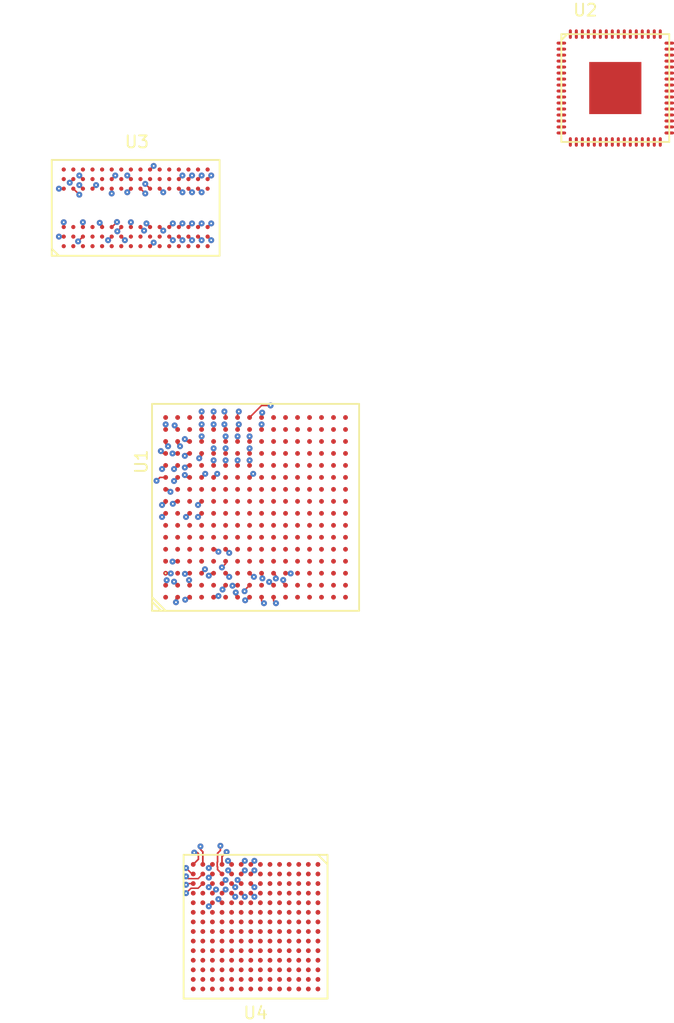
<source format=kicad_pcb>
(kicad_pcb (version 4) (host pcbnew 4.0.2-4+6225~38~ubuntu15.10.1-stable)
  (layers (0 F.Cu power) (1 In1.Cu signal hide) (2 In2.Cu power) (3 In3.Cu power) (4 In4.Cu signal) (31 B.Cu power) (34 B.Paste user) (35 F.Paste user) (36 B.SilkS user) (37 F.SilkS user) (38 B.Mask user) (39 F.Mask user) (44 Edge.Cuts user))
  (net 0 "")
  (net 1 "Net-(U1-PadA1)")
  (net 2 "Net-(U1-PadA6)")
  (net 3 "Net-(U1-PadA7)")
  (net 4 "Net-(U1-PadA11)")
  (net 5 "Net-(U1-PadA16)")
  (net 6 "Net-(U1-PadD1)")
  (net 7 "Net-(U1-PadF1)")
  (net 8 "Net-(U1-PadB13)")
  (net 9 "Net-(U1-PadB8)")
  (net 10 "Net-(U1-PadB7)")
  (net 11 "Net-(U1-PadB6)")
  (net 12 "Net-(U1-PadB5)")
  (net 13 "Net-(U1-PadB3)")
  (net 14 "Net-(U1-PadC4)")
  (net 15 "Net-(U1-PadC5)")
  (net 16 "Net-(U1-PadC6)")
  (net 17 "Net-(U1-PadC7)")
  (net 18 "Net-(U1-PadD2)")
  (net 19 "Net-(U1-PadD4)")
  (net 20 "Net-(U1-PadD5)")
  (net 21 "Net-(U1-PadD6)")
  (net 22 "Net-(U1-PadD7)")
  (net 23 "Net-(U1-PadE2)")
  (net 24 "Net-(U1-PadE4)")
  (net 25 "Net-(U1-PadC10)")
  (net 26 "Net-(U1-PadD10)")
  (net 27 "Net-(U1-PadD12)")
  (net 28 "Net-(U1-PadC15)")
  (net 29 "Net-(U1-PadG13)")
  (net 30 "Net-(U1-PadE14)")
  (net 31 "Net-(U1-PadF16)")
  (net 32 "Net-(U1-PadG4)")
  (net 33 "Net-(U1-PadG3)")
  (net 34 "Net-(U1-PadH4)")
  (net 35 "Net-(U1-PadJ4)")
  (net 36 "Net-(U1-PadJ2)")
  (net 37 "Net-(U1-PadK4)")
  (net 38 "Net-(U1-PadL4)")
  (net 39 "Net-(U1-PadL1)")
  (net 40 "Net-(U1-PadM1)")
  (net 41 "Net-(U1-PadM2)")
  (net 42 "Net-(U1-PadM3)")
  (net 43 "Net-(U1-PadM4)")
  (net 44 "Net-(U1-PadN4)")
  (net 45 "Net-(U1-PadP4)")
  (net 46 "Net-(U1-PadR4)")
  (net 47 "Net-(U1-PadR3)")
  (net 48 "Net-(U1-PadP3)")
  (net 49 "Net-(U1-PadN3)")
  (net 50 "Net-(U1-PadN2)")
  (net 51 "Net-(U1-PadP2)")
  (net 52 "Net-(U1-PadR2)")
  (net 53 "Net-(U1-PadN1)")
  (net 54 "Net-(U1-PadP1)")
  (net 55 "Net-(U1-PadR1)")
  (net 56 "Net-(U1-PadT1)")
  (net 57 "Net-(U1-PadT2)")
  (net 58 "Net-(U1-PadT3)")
  (net 59 "Net-(U1-PadT4)")
  (net 60 "Net-(U1-PadE8)")
  (net 61 "Net-(U1-PadE7)")
  (net 62 "Net-(U1-PadE6)")
  (net 63 "Net-(U1-PadF6)")
  (net 64 "Net-(U1-PadF7)")
  (net 65 "Net-(U1-PadF8)")
  (net 66 "Net-(U1-PadG5)")
  (net 67 "Net-(U1-PadG6)")
  (net 68 "Net-(U1-PadG7)")
  (net 69 "Net-(U1-PadG8)")
  (net 70 "Net-(U1-PadH5)")
  (net 71 "Net-(U1-PadH6)")
  (net 72 "Net-(U1-PadH7)")
  (net 73 "Net-(U1-PadH8)")
  (net 74 "Net-(U1-PadJ5)")
  (net 75 "Net-(U1-PadJ6)")
  (net 76 "Net-(U1-PadJ7)")
  (net 77 "Net-(U1-PadJ8)")
  (net 78 "Net-(U1-PadK5)")
  (net 79 "Net-(U1-PadK6)")
  (net 80 "Net-(U1-PadK7)")
  (net 81 "Net-(U1-PadK8)")
  (net 82 "Net-(U1-PadL5)")
  (net 83 "Net-(U1-PadL6)")
  (net 84 "Net-(U1-PadL8)")
  (net 85 "Net-(U1-PadM5)")
  (net 86 "Net-(U1-PadM6)")
  (net 87 "Net-(U1-PadP5)")
  (net 88 "Net-(U1-PadP6)")
  (net 89 "Net-(U1-PadR5)")
  (net 90 "Net-(U1-PadR6)")
  (net 91 "Net-(U1-PadT5)")
  (net 92 "Net-(U1-PadT6)")
  (net 93 "Net-(U1-PadM8)")
  (net 94 "Net-(U1-PadN5)")
  (net 95 "Net-(U1-PadN6)")
  (net 96 "Net-(U1-PadP11)")
  (net 97 "Net-(U1-PadP10)")
  (net 98 "Net-(U1-PadP9)")
  (net 99 "Net-(U1-PadP8)")
  (net 100 "Net-(U1-PadP7)")
  (net 101 "Net-(U1-PadR7)")
  (net 102 "Net-(U1-PadR8)")
  (net 103 "Net-(U1-PadR9)")
  (net 104 "Net-(U1-PadR10)")
  (net 105 "Net-(U1-PadR11)")
  (net 106 "Net-(U1-PadT7)")
  (net 107 "Net-(U1-PadT8)")
  (net 108 "Net-(U1-PadT9)")
  (net 109 "Net-(U1-PadT10)")
  (net 110 "Net-(U1-PadT11)")
  (net 111 "Net-(U1-PadE9)")
  (net 112 "Net-(U1-PadE10)")
  (net 113 "Net-(U1-PadP12)")
  (net 114 "Net-(U1-PadF9)")
  (net 115 "Net-(U1-PadF10)")
  (net 116 "Net-(U1-PadF11)")
  (net 117 "Net-(U1-PadJ9)")
  (net 118 "Net-(U1-PadG11)")
  (net 119 "Net-(U1-PadG10)")
  (net 120 "Net-(U1-PadG9)")
  (net 121 "Net-(U1-PadR12)")
  (net 122 "Net-(U1-PadT12)")
  (net 123 "Net-(U1-PadH9)")
  (net 124 "Net-(U1-PadH10)")
  (net 125 "Net-(U1-PadJ10)")
  (net 126 "Net-(U1-PadJ11)")
  (net 127 "Net-(U1-PadJ12)")
  (net 128 "Net-(U1-PadJ13)")
  (net 129 "Net-(U1-PadK13)")
  (net 130 "Net-(U1-PadL13)")
  (net 131 "Net-(U1-PadM13)")
  (net 132 "Net-(U1-PadN13)")
  (net 133 "Net-(U1-PadP13)")
  (net 134 "Net-(U1-PadR13)")
  (net 135 "Net-(U1-PadT13)")
  (net 136 "Net-(U1-PadN9)")
  (net 137 "Net-(U1-PadM9)")
  (net 138 "Net-(U1-PadL9)")
  (net 139 "Net-(U1-PadK9)")
  (net 140 "Net-(U1-PadK10)")
  (net 141 "Net-(U1-PadL10)")
  (net 142 "Net-(U1-PadM10)")
  (net 143 "Net-(U1-PadN10)")
  (net 144 "Net-(U1-PadT14)")
  (net 145 "Net-(U1-PadR14)")
  (net 146 "Net-(U1-PadP14)")
  (net 147 "Net-(U1-PadN14)")
  (net 148 "Net-(U1-PadM14)")
  (net 149 "Net-(U1-PadL14)")
  (net 150 "Net-(U1-PadK14)")
  (net 151 "Net-(U1-PadJ14)")
  (net 152 "Net-(U1-PadH15)")
  (net 153 "Net-(U1-PadK15)")
  (net 154 "Net-(U1-PadL15)")
  (net 155 "Net-(U1-PadM15)")
  (net 156 "Net-(U1-PadN15)")
  (net 157 "Net-(U1-PadP15)")
  (net 158 "Net-(U1-PadR15)")
  (net 159 "Net-(U1-PadT15)")
  (net 160 "Net-(U1-PadN11)")
  (net 161 "Net-(U1-PadM11)")
  (net 162 "Net-(U1-PadL11)")
  (net 163 "Net-(U1-PadK11)")
  (net 164 "Net-(U1-PadK12)")
  (net 165 "Net-(U1-PadL12)")
  (net 166 "Net-(U1-PadM12)")
  (net 167 "Net-(U1-PadN12)")
  (net 168 "Net-(U1-PadT16)")
  (net 169 "Net-(U1-PadR16)")
  (net 170 "Net-(U1-PadP16)")
  (net 171 "Net-(U1-PadN16)")
  (net 172 "Net-(U1-PadM16)")
  (net 173 "Net-(U1-PadL16)")
  (net 174 "Net-(U1-PadK16)")
  (net 175 "Net-(U3-PadA1)")
  (net 176 "Net-(U3-PadB1)")
  (net 177 "Net-(U3-PadB2)")
  (net 178 "Net-(U3-PadT7)")
  (net 179 "Net-(U3-PadA9)")
  (net 180 "Net-(U4-PadN5)")
  (net 181 "Net-(U4-PadP5)")
  (net 182 "Net-(U4-PadC6)")
  (net 183 "Net-(U4-PadA8)")
  (net 184 "Net-(U4-PadN9)")
  (net 185 "Net-(U4-PadP9)")
  (net 186 "Net-(U4-PadB10)")
  (net 187 "Net-(U4-PadD10)")
  (net 188 "Net-(U4-PadB11)")
  (net 189 "Net-(U4-PadB12)")
  (net 190 "Net-(U4-PadD12)")
  (net 191 "Net-(U4-PadB13)")
  (net 192 "Net-(U4-PadG14)")
  (net 193 "Net-(U3-PadH1)")
  (net 194 "Net-(U3-PadM8)")
  (net 195 GND)
  (net 196 /JTAG_TCK)
  (net 197 /JTAG_TMS)
  (net 198 /JTAG_TDI)
  (net 199 /JTAG_TDO)
  (net 200 /DRAM_ODT)
  (net 201 /DRAM_DQ13)
  (net 202 /DRAM_DQ11)
  (net 203 /DRAM_DQ2)
  (net 204 /DRAM_DQ6)
  (net 205 /DRAM_CS)
  (net 206 /DRAM_BA0)
  (net 207 /DRAM_A3)
  (net 208 /DRAM_A5)
  (net 209 /DRAM_A7)
  (net 210 /DRAM_RESET)
  (net 211 /DRAM_DQ15)
  (net 212 /DRAM_DQ9)
  (net 213 /DRAM_DM1)
  (net 214 /DRAM_DQ0)
  (net 215 /DRAM_DQS0_P)
  (net 216 /DRAM_DQS0_N)
  (net 217 /DRAM_DQ4)
  (net 218 /DRAM_RAS)
  (net 219 /DRAM_CAS)
  (net 220 /DRAM_WE)
  (net 221 /DRAM_BA2)
  (net 222 /DRAM_A0)
  (net 223 /DRAM_A2)
  (net 224 /DRAM_A9)
  (net 225 /DRAM_A13)
  (net 226 /DRAM_DQ12)
  (net 227 /DRAM_DQS1_N)
  (net 228 /DRAM_DQS1_P)
  (net 229 /DRAM_DQ8)
  (net 230 /DRAM_DM0)
  (net 231 /DRAM_DQ1)
  (net 232 /DRAM_DQ7)
  (net 233 /DRAM_CK_P)
  (net 234 /DRAM_CK_N)
  (net 235 /DRAM_A10)
  (net 236 /DRAM_A12)
  (net 237 /DRAM_A1)
  (net 238 /DRAM_A11)
  (net 239 /DRAM_DQ14)
  (net 240 /DRAM_DQ10)
  (net 241 /DRAM_DQ3)
  (net 242 /DRAM_DQ5)
  (net 243 /DRAM_ZQ)
  (net 244 /DRAM_BA1)
  (net 245 /DRAM_A4)
  (net 246 /DRAM_A6)
  (net 247 /DRAM_A8)
  (net 248 /DRAM_CKE)
  (net 249 /ADC_DACLK_N)
  (net 250 /ADC_DA1_N)
  (net 251 /ADC_DA3_N)
  (net 252 /ADC_DA5_N)
  (net 253 /ADC_DA7_N)
  (net 254 /ADC_DA9_N)
  (net 255 /ADC_DA9_P)
  (net 256 /ADC_DACLK_P)
  (net 257 /ADC_DA1_P)
  (net 258 /ADC_DA3_P)
  (net 259 /ADC_DA5_P)
  (net 260 /ADC_DA7_P)
  (net 261 /ADC_DA10_N)
  (net 262 /ADC_DA10_P)
  (net 263 /ADC_DA0_N)
  (net 264 /ADC_DA2_N)
  (net 265 /ADC_DA4_N)
  (net 266 /ADC_DA6_N)
  (net 267 /ADC_DA8_N)
  (net 268 /ADC_DA11_N)
  (net 269 /ADC_DA11_P)
  (net 270 /ADC_DA0_P)
  (net 271 /ADC_DA2_P)
  (net 272 /ADC_DA4_P)
  (net 273 /ADC_DA6_P)
  (net 274 /ADC_DA8_P)
  (net 275 /ADC_OVRA_N)
  (net 276 /ADC_OVRA_P)
  (net 277 /ADC_SDO)
  (net 278 /ADC_SDIO)
  (net 279 /ADC_SCLK)
  (net 280 /ADC_SDENB)
  (net 281 "Net-(U2-Pad1)")
  (net 282 /USB_OE)
  (net 283 "Net-(U2-Pad49)")
  (net 284 /USB_D1)
  (net 285 "Net-(U2-Pad2)")
  (net 286 "Net-(U2-Pad3)")
  (net 287 "Net-(U2-Pad4)")
  (net 288 "Net-(U2-Pad6)")
  (net 289 "Net-(U2-Pad9)")
  (net 290 "Net-(U2-Pad12)")
  (net 291 "Net-(U2-Pad13)")
  (net 292 "Net-(U2-Pad14)")
  (net 293 /USB_D0)
  (net 294 "Net-(U2-Pad34)")
  (net 295 "Net-(U2-Pad36)")
  (net 296 "Net-(U2-Pad20)")
  (net 297 "Net-(U2-Pad43)")
  (net 298 "Net-(U2-Pad44)")
  (net 299 "Net-(U2-Pad45)")
  (net 300 "Net-(U2-Pad46)")
  (net 301 "Net-(U2-Pad48)")
  (net 302 /USB_D2)
  (net 303 /USB_D3)
  (net 304 /USB_D4)
  (net 305 /USB_D5)
  (net 306 /USB_D6)
  (net 307 /USB_D7)
  (net 308 /USB_RXF)
  (net 309 /USB_TXE)
  (net 310 /USB_RD)
  (net 311 /USB_WR)
  (net 312 /USB_CLKOUT)
  (net 313 "Net-(U2-Pad50)")
  (net 314 "Net-(U2-Pad52)")
  (net 315 "Net-(U2-Pad53)")
  (net 316 "Net-(U2-Pad54)")
  (net 317 "Net-(U2-Pad55)")
  (net 318 "Net-(U2-Pad57)")
  (net 319 "Net-(U2-Pad58)")
  (net 320 "Net-(U2-Pad59)")
  (net 321 "Net-(U2-Pad60)")
  (net 322 "Net-(U2-Pad61)")
  (net 323 "Net-(U2-Pad62)")
  (net 324 "Net-(U2-Pad63)")
  (net 325 /USB_CON_DM)
  (net 326 /USB_CON_DP)
  (net 327 /ADC_CLKIN_N)
  (net 328 /ADC_VREF)
  (net 329 /ADC_VCM)
  (net 330 /ADC_INA_P)
  (net 331 /ADC_INA_N)
  (net 332 /ADC_CLKIN_P)
  (net 333 /ADC_SAMPLE_CLK_N)
  (net 334 /ADC_SAMPLE_CLK_P)
  (net 335 "Net-(U1-PadB10)")
  (net 336 "Net-(U1-PadC9)")
  (net 337 "Net-(U1-PadC16)")
  (module digitizer2_modules:BGA-96_pitch0.8mm_dia0.35mm (layer F.Cu) (at 150 70 90)
    (fp_text reference U3 (at 5.5 0.1 180) (layer F.SilkS))
    (fp_text value MT41J128M16)
    (pad A1 smd circle (at -3.2 -6 90) (size 0.35 0.35) (layers F.Cu F.Paste F.Mask) (net 175 "Net-(U3-PadA1)"))
    (pad B1 smd circle (at -3.2 -5.2 90) (size 0.35 0.35) (layers F.Cu F.Paste F.Mask) (net 176 "Net-(U3-PadB1)"))
    (pad C1 smd circle (at -3.2 -4.4 90) (size 0.35 0.35) (layers F.Cu F.Paste F.Mask) (net 175 "Net-(U3-PadA1)"))
    (pad D1 smd circle (at -3.2 -3.6 90) (size 0.35 0.35) (layers F.Cu F.Paste F.Mask) (net 176 "Net-(U3-PadB1)"))
    (pad E1 smd circle (at -3.2 -2.8 90) (size 0.35 0.35) (layers F.Cu F.Paste F.Mask) (net 179 "Net-(U3-PadA9)"))
    (pad F1 smd circle (at -3.2 -2 90) (size 0.35 0.35) (layers F.Cu F.Paste F.Mask) (net 175 "Net-(U3-PadA1)"))
    (pad G1 smd circle (at -3.2 -1.2 90) (size 0.35 0.35) (layers F.Cu F.Paste F.Mask) (net 176 "Net-(U3-PadB1)"))
    (pad H1 smd circle (at -3.2 -0.4 90) (size 0.35 0.35) (layers F.Cu F.Paste F.Mask) (net 193 "Net-(U3-PadH1)"))
    (pad J1 smd circle (at -3.2 0.4 90) (size 0.35 0.35) (layers F.Cu F.Paste F.Mask))
    (pad K1 smd circle (at -3.2 1.2 90) (size 0.35 0.35) (layers F.Cu F.Paste F.Mask) (net 200 /DRAM_ODT))
    (pad L1 smd circle (at -3.2 2 90) (size 0.35 0.35) (layers F.Cu F.Paste F.Mask))
    (pad M1 smd circle (at -3.2 2.8 90) (size 0.35 0.35) (layers F.Cu F.Paste F.Mask) (net 179 "Net-(U3-PadA9)"))
    (pad N1 smd circle (at -3.2 3.6 90) (size 0.35 0.35) (layers F.Cu F.Paste F.Mask) (net 177 "Net-(U3-PadB2)"))
    (pad P1 smd circle (at -3.2 4.4 90) (size 0.35 0.35) (layers F.Cu F.Paste F.Mask) (net 179 "Net-(U3-PadA9)"))
    (pad R1 smd circle (at -3.2 5.2 90) (size 0.35 0.35) (layers F.Cu F.Paste F.Mask) (net 177 "Net-(U3-PadB2)"))
    (pad T1 smd circle (at -3.2 6 90) (size 0.35 0.35) (layers F.Cu F.Paste F.Mask) (net 179 "Net-(U3-PadA9)"))
    (pad A2 smd circle (at -2.4 -6 90) (size 0.35 0.35) (layers F.Cu F.Paste F.Mask) (net 201 /DRAM_DQ13))
    (pad B2 smd circle (at -2.4 -5.2 90) (size 0.35 0.35) (layers F.Cu F.Paste F.Mask) (net 177 "Net-(U3-PadB2)"))
    (pad C2 smd circle (at -2.4 -4.4 90) (size 0.35 0.35) (layers F.Cu F.Paste F.Mask) (net 202 /DRAM_DQ11))
    (pad D2 smd circle (at -2.4 -3.6 90) (size 0.35 0.35) (layers F.Cu F.Paste F.Mask) (net 175 "Net-(U3-PadA1)"))
    (pad E2 smd circle (at -2.4 -2.8 90) (size 0.35 0.35) (layers F.Cu F.Paste F.Mask) (net 176 "Net-(U3-PadB1)"))
    (pad F2 smd circle (at -2.4 -2 90) (size 0.35 0.35) (layers F.Cu F.Paste F.Mask) (net 203 /DRAM_DQ2))
    (pad G2 smd circle (at -2.4 -1.2 90) (size 0.35 0.35) (layers F.Cu F.Paste F.Mask) (net 204 /DRAM_DQ6))
    (pad H2 smd circle (at -2.4 -0.4 90) (size 0.35 0.35) (layers F.Cu F.Paste F.Mask) (net 175 "Net-(U3-PadA1)"))
    (pad J2 smd circle (at -2.4 0.4 90) (size 0.35 0.35) (layers F.Cu F.Paste F.Mask) (net 179 "Net-(U3-PadA9)"))
    (pad K2 smd circle (at -2.4 1.2 90) (size 0.35 0.35) (layers F.Cu F.Paste F.Mask) (net 177 "Net-(U3-PadB2)"))
    (pad L2 smd circle (at -2.4 2 90) (size 0.35 0.35) (layers F.Cu F.Paste F.Mask) (net 205 /DRAM_CS))
    (pad M2 smd circle (at -2.4 2.8 90) (size 0.35 0.35) (layers F.Cu F.Paste F.Mask) (net 206 /DRAM_BA0))
    (pad N2 smd circle (at -2.4 3.6 90) (size 0.35 0.35) (layers F.Cu F.Paste F.Mask) (net 207 /DRAM_A3))
    (pad P2 smd circle (at -2.4 4.4 90) (size 0.35 0.35) (layers F.Cu F.Paste F.Mask) (net 208 /DRAM_A5))
    (pad R2 smd circle (at -2.4 5.2 90) (size 0.35 0.35) (layers F.Cu F.Paste F.Mask) (net 209 /DRAM_A7))
    (pad T2 smd circle (at -2.4 6 90) (size 0.35 0.35) (layers F.Cu F.Paste F.Mask) (net 210 /DRAM_RESET))
    (pad A3 smd circle (at -1.6 -6 90) (size 0.35 0.35) (layers F.Cu F.Paste F.Mask) (net 211 /DRAM_DQ15))
    (pad B3 smd circle (at -1.6 -5.2 90) (size 0.35 0.35) (layers F.Cu F.Paste F.Mask) (net 179 "Net-(U3-PadA9)"))
    (pad C3 smd circle (at -1.6 -4.4 90) (size 0.35 0.35) (layers F.Cu F.Paste F.Mask) (net 212 /DRAM_DQ9))
    (pad D3 smd circle (at -1.6 -3.6 90) (size 0.35 0.35) (layers F.Cu F.Paste F.Mask) (net 213 /DRAM_DM1))
    (pad E3 smd circle (at -1.6 -2.8 90) (size 0.35 0.35) (layers F.Cu F.Paste F.Mask) (net 214 /DRAM_DQ0))
    (pad F3 smd circle (at -1.6 -2 90) (size 0.35 0.35) (layers F.Cu F.Paste F.Mask) (net 215 /DRAM_DQS0_P))
    (pad G3 smd circle (at -1.6 -1.2 90) (size 0.35 0.35) (layers F.Cu F.Paste F.Mask) (net 216 /DRAM_DQS0_N))
    (pad H3 smd circle (at -1.6 -0.4 90) (size 0.35 0.35) (layers F.Cu F.Paste F.Mask) (net 217 /DRAM_DQ4))
    (pad J3 smd circle (at -1.6 0.4 90) (size 0.35 0.35) (layers F.Cu F.Paste F.Mask) (net 218 /DRAM_RAS))
    (pad K3 smd circle (at -1.6 1.2 90) (size 0.35 0.35) (layers F.Cu F.Paste F.Mask) (net 219 /DRAM_CAS))
    (pad L3 smd circle (at -1.6 2 90) (size 0.35 0.35) (layers F.Cu F.Paste F.Mask) (net 220 /DRAM_WE))
    (pad M3 smd circle (at -1.6 2.8 90) (size 0.35 0.35) (layers F.Cu F.Paste F.Mask) (net 221 /DRAM_BA2))
    (pad N3 smd circle (at -1.6 3.6 90) (size 0.35 0.35) (layers F.Cu F.Paste F.Mask) (net 222 /DRAM_A0))
    (pad P3 smd circle (at -1.6 4.4 90) (size 0.35 0.35) (layers F.Cu F.Paste F.Mask) (net 223 /DRAM_A2))
    (pad R3 smd circle (at -1.6 5.2 90) (size 0.35 0.35) (layers F.Cu F.Paste F.Mask) (net 224 /DRAM_A9))
    (pad T3 smd circle (at -1.6 6 90) (size 0.35 0.35) (layers F.Cu F.Paste F.Mask) (net 225 /DRAM_A13))
    (pad A7 smd circle (at 1.6 -6 90) (size 0.35 0.35) (layers F.Cu F.Paste F.Mask) (net 226 /DRAM_DQ12))
    (pad B7 smd circle (at 1.6 -5.2 90) (size 0.35 0.35) (layers F.Cu F.Paste F.Mask) (net 227 /DRAM_DQS1_N))
    (pad C7 smd circle (at 1.6 -4.4 90) (size 0.35 0.35) (layers F.Cu F.Paste F.Mask) (net 228 /DRAM_DQS1_P))
    (pad D7 smd circle (at 1.6 -3.6 90) (size 0.35 0.35) (layers F.Cu F.Paste F.Mask) (net 229 /DRAM_DQ8))
    (pad E7 smd circle (at 1.6 -2.8 90) (size 0.35 0.35) (layers F.Cu F.Paste F.Mask) (net 230 /DRAM_DM0))
    (pad F7 smd circle (at 1.6 -2 90) (size 0.35 0.35) (layers F.Cu F.Paste F.Mask) (net 231 /DRAM_DQ1))
    (pad G7 smd circle (at 1.6 -1.2 90) (size 0.35 0.35) (layers F.Cu F.Paste F.Mask) (net 177 "Net-(U3-PadB2)"))
    (pad H7 smd circle (at 1.6 -0.4 90) (size 0.35 0.35) (layers F.Cu F.Paste F.Mask) (net 232 /DRAM_DQ7))
    (pad J7 smd circle (at 1.6 0.4 90) (size 0.35 0.35) (layers F.Cu F.Paste F.Mask) (net 233 /DRAM_CK_P))
    (pad K7 smd circle (at 1.6 1.2 90) (size 0.35 0.35) (layers F.Cu F.Paste F.Mask) (net 234 /DRAM_CK_N))
    (pad L7 smd circle (at 1.6 2 90) (size 0.35 0.35) (layers F.Cu F.Paste F.Mask) (net 235 /DRAM_A10))
    (pad M7 smd circle (at 1.6 2.8 90) (size 0.35 0.35) (layers F.Cu F.Paste F.Mask))
    (pad N7 smd circle (at 1.6 3.6 90) (size 0.35 0.35) (layers F.Cu F.Paste F.Mask) (net 236 /DRAM_A12))
    (pad P7 smd circle (at 1.6 4.4 90) (size 0.35 0.35) (layers F.Cu F.Paste F.Mask) (net 237 /DRAM_A1))
    (pad R7 smd circle (at 1.6 5.2 90) (size 0.35 0.35) (layers F.Cu F.Paste F.Mask) (net 238 /DRAM_A11))
    (pad T7 smd circle (at 1.6 6 90) (size 0.35 0.35) (layers F.Cu F.Paste F.Mask) (net 178 "Net-(U3-PadT7)"))
    (pad A8 smd circle (at 2.4 -6 90) (size 0.35 0.35) (layers F.Cu F.Paste F.Mask) (net 175 "Net-(U3-PadA1)"))
    (pad B8 smd circle (at 2.4 -5.2 90) (size 0.35 0.35) (layers F.Cu F.Paste F.Mask) (net 239 /DRAM_DQ14))
    (pad C8 smd circle (at 2.4 -4.4 90) (size 0.35 0.35) (layers F.Cu F.Paste F.Mask) (net 240 /DRAM_DQ10))
    (pad D8 smd circle (at 2.4 -3.6 90) (size 0.35 0.35) (layers F.Cu F.Paste F.Mask) (net 176 "Net-(U3-PadB1)"))
    (pad E8 smd circle (at 2.4 -2.8 90) (size 0.35 0.35) (layers F.Cu F.Paste F.Mask) (net 176 "Net-(U3-PadB1)"))
    (pad F8 smd circle (at 2.4 -2 90) (size 0.35 0.35) (layers F.Cu F.Paste F.Mask) (net 241 /DRAM_DQ3))
    (pad G8 smd circle (at 2.4 -1.2 90) (size 0.35 0.35) (layers F.Cu F.Paste F.Mask) (net 179 "Net-(U3-PadA9)"))
    (pad H8 smd circle (at 2.4 -0.4 90) (size 0.35 0.35) (layers F.Cu F.Paste F.Mask) (net 242 /DRAM_DQ5))
    (pad J8 smd circle (at 2.4 0.4 90) (size 0.35 0.35) (layers F.Cu F.Paste F.Mask) (net 179 "Net-(U3-PadA9)"))
    (pad K8 smd circle (at 2.4 1.2 90) (size 0.35 0.35) (layers F.Cu F.Paste F.Mask) (net 177 "Net-(U3-PadB2)"))
    (pad L8 smd circle (at 2.4 2 90) (size 0.35 0.35) (layers F.Cu F.Paste F.Mask) (net 243 /DRAM_ZQ))
    (pad M8 smd circle (at 2.4 2.8 90) (size 0.35 0.35) (layers F.Cu F.Paste F.Mask) (net 194 "Net-(U3-PadM8)"))
    (pad N8 smd circle (at 2.4 3.6 90) (size 0.35 0.35) (layers F.Cu F.Paste F.Mask) (net 244 /DRAM_BA1))
    (pad P8 smd circle (at 2.4 4.4 90) (size 0.35 0.35) (layers F.Cu F.Paste F.Mask) (net 245 /DRAM_A4))
    (pad R8 smd circle (at 2.4 5.2 90) (size 0.35 0.35) (layers F.Cu F.Paste F.Mask) (net 246 /DRAM_A6))
    (pad T8 smd circle (at 2.4 6 90) (size 0.35 0.35) (layers F.Cu F.Paste F.Mask) (net 247 /DRAM_A8))
    (pad A9 smd circle (at 3.2 -6 90) (size 0.35 0.35) (layers F.Cu F.Paste F.Mask) (net 179 "Net-(U3-PadA9)"))
    (pad B9 smd circle (at 3.2 -5.2 90) (size 0.35 0.35) (layers F.Cu F.Paste F.Mask) (net 176 "Net-(U3-PadB1)"))
    (pad C9 smd circle (at 3.2 -4.4 90) (size 0.35 0.35) (layers F.Cu F.Paste F.Mask) (net 175 "Net-(U3-PadA1)"))
    (pad D9 smd circle (at 3.2 -3.6 90) (size 0.35 0.35) (layers F.Cu F.Paste F.Mask) (net 177 "Net-(U3-PadB2)"))
    (pad E9 smd circle (at 3.2 -2.8 90) (size 0.35 0.35) (layers F.Cu F.Paste F.Mask) (net 175 "Net-(U3-PadA1)"))
    (pad F9 smd circle (at 3.2 -2 90) (size 0.35 0.35) (layers F.Cu F.Paste F.Mask) (net 176 "Net-(U3-PadB1)"))
    (pad G9 smd circle (at 3.2 -1.2 90) (size 0.35 0.35) (layers F.Cu F.Paste F.Mask) (net 176 "Net-(U3-PadB1)"))
    (pad H9 smd circle (at 3.2 -0.4 90) (size 0.35 0.35) (layers F.Cu F.Paste F.Mask) (net 175 "Net-(U3-PadA1)"))
    (pad J9 smd circle (at 3.2 0.4 90) (size 0.35 0.35) (layers F.Cu F.Paste F.Mask))
    (pad K9 smd circle (at 3.2 1.2 90) (size 0.35 0.35) (layers F.Cu F.Paste F.Mask) (net 248 /DRAM_CKE))
    (pad L9 smd circle (at 3.2 2 90) (size 0.35 0.35) (layers F.Cu F.Paste F.Mask))
    (pad M9 smd circle (at 3.2 2.8 90) (size 0.35 0.35) (layers F.Cu F.Paste F.Mask) (net 179 "Net-(U3-PadA9)"))
    (pad N9 smd circle (at 3.2 3.6 90) (size 0.35 0.35) (layers F.Cu F.Paste F.Mask) (net 177 "Net-(U3-PadB2)"))
    (pad P9 smd circle (at 3.2 4.4 90) (size 0.35 0.35) (layers F.Cu F.Paste F.Mask) (net 179 "Net-(U3-PadA9)"))
    (pad R9 smd circle (at 3.2 5.2 90) (size 0.35 0.35) (layers F.Cu F.Paste F.Mask) (net 177 "Net-(U3-PadB2)"))
    (pad T9 smd circle (at 3.2 6 90) (size 0.35 0.35) (layers F.Cu F.Paste F.Mask) (net 179 "Net-(U3-PadA9)"))
  )
  (module digitizer2_modules:BGA-196_pitch0.8mm_dia0.4mm (layer F.Cu) (at 160 130 270)
    (fp_text reference U4 (at 7.2 0 360) (layer F.SilkS))
    (fp_text value ADS5403)
    (pad A1 smd circle (at -5.2 -5.2 270) (size 0.4 0.4) (layers F.Cu F.Paste F.Mask))
    (pad B1 smd circle (at -5.2 -4.4 270) (size 0.4 0.4) (layers F.Cu F.Paste F.Mask))
    (pad C1 smd circle (at -5.2 -3.6 270) (size 0.4 0.4) (layers F.Cu F.Paste F.Mask))
    (pad D1 smd circle (at -5.2 -2.8 270) (size 0.4 0.4) (layers F.Cu F.Paste F.Mask))
    (pad E1 smd circle (at -5.2 -2 270) (size 0.4 0.4) (layers F.Cu F.Paste F.Mask))
    (pad F1 smd circle (at -5.2 -1.2 270) (size 0.4 0.4) (layers F.Cu F.Paste F.Mask))
    (pad G1 smd circle (at -5.2 -0.4 270) (size 0.4 0.4) (layers F.Cu F.Paste F.Mask))
    (pad H1 smd circle (at -5.2 0.4 270) (size 0.4 0.4) (layers F.Cu F.Paste F.Mask) (net 249 /ADC_DACLK_N))
    (pad J1 smd circle (at -5.2 1.2 270) (size 0.4 0.4) (layers F.Cu F.Paste F.Mask) (net 250 /ADC_DA1_N))
    (pad K1 smd circle (at -5.2 2 270) (size 0.4 0.4) (layers F.Cu F.Paste F.Mask) (net 251 /ADC_DA3_N))
    (pad L1 smd circle (at -5.2 2.8 270) (size 0.4 0.4) (layers F.Cu F.Paste F.Mask) (net 252 /ADC_DA5_N))
    (pad M1 smd circle (at -5.2 3.6 270) (size 0.4 0.4) (layers F.Cu F.Paste F.Mask) (net 253 /ADC_DA7_N))
    (pad N1 smd circle (at -5.2 4.4 270) (size 0.4 0.4) (layers F.Cu F.Paste F.Mask) (net 254 /ADC_DA9_N))
    (pad P1 smd circle (at -5.2 5.2 270) (size 0.4 0.4) (layers F.Cu F.Paste F.Mask) (net 255 /ADC_DA9_P))
    (pad A2 smd circle (at -4.4 -5.2 270) (size 0.4 0.4) (layers F.Cu F.Paste F.Mask))
    (pad B2 smd circle (at -4.4 -4.4 270) (size 0.4 0.4) (layers F.Cu F.Paste F.Mask))
    (pad C2 smd circle (at -4.4 -3.6 270) (size 0.4 0.4) (layers F.Cu F.Paste F.Mask))
    (pad D2 smd circle (at -4.4 -2.8 270) (size 0.4 0.4) (layers F.Cu F.Paste F.Mask))
    (pad E2 smd circle (at -4.4 -2 270) (size 0.4 0.4) (layers F.Cu F.Paste F.Mask))
    (pad F2 smd circle (at -4.4 -1.2 270) (size 0.4 0.4) (layers F.Cu F.Paste F.Mask))
    (pad G2 smd circle (at -4.4 -0.4 270) (size 0.4 0.4) (layers F.Cu F.Paste F.Mask))
    (pad H2 smd circle (at -4.4 0.4 270) (size 0.4 0.4) (layers F.Cu F.Paste F.Mask) (net 256 /ADC_DACLK_P))
    (pad J2 smd circle (at -4.4 1.2 270) (size 0.4 0.4) (layers F.Cu F.Paste F.Mask) (net 257 /ADC_DA1_P))
    (pad K2 smd circle (at -4.4 2 270) (size 0.4 0.4) (layers F.Cu F.Paste F.Mask) (net 258 /ADC_DA3_P))
    (pad L2 smd circle (at -4.4 2.8 270) (size 0.4 0.4) (layers F.Cu F.Paste F.Mask) (net 259 /ADC_DA5_P))
    (pad M2 smd circle (at -4.4 3.6 270) (size 0.4 0.4) (layers F.Cu F.Paste F.Mask) (net 260 /ADC_DA7_P))
    (pad N2 smd circle (at -4.4 4.4 270) (size 0.4 0.4) (layers F.Cu F.Paste F.Mask) (net 261 /ADC_DA10_N))
    (pad P2 smd circle (at -4.4 5.2 270) (size 0.4 0.4) (layers F.Cu F.Paste F.Mask) (net 262 /ADC_DA10_P))
    (pad A3 smd circle (at -3.6 -5.2 270) (size 0.4 0.4) (layers F.Cu F.Paste F.Mask))
    (pad B3 smd circle (at -3.6 -4.4 270) (size 0.4 0.4) (layers F.Cu F.Paste F.Mask))
    (pad C3 smd circle (at -3.6 -3.6 270) (size 0.4 0.4) (layers F.Cu F.Paste F.Mask))
    (pad D3 smd circle (at -3.6 -2.8 270) (size 0.4 0.4) (layers F.Cu F.Paste F.Mask))
    (pad E3 smd circle (at -3.6 -2 270) (size 0.4 0.4) (layers F.Cu F.Paste F.Mask))
    (pad F3 smd circle (at -3.6 -1.2 270) (size 0.4 0.4) (layers F.Cu F.Paste F.Mask))
    (pad G3 smd circle (at -3.6 -0.4 270) (size 0.4 0.4) (layers F.Cu F.Paste F.Mask))
    (pad H3 smd circle (at -3.6 0.4 270) (size 0.4 0.4) (layers F.Cu F.Paste F.Mask) (net 263 /ADC_DA0_N))
    (pad J3 smd circle (at -3.6 1.2 270) (size 0.4 0.4) (layers F.Cu F.Paste F.Mask) (net 264 /ADC_DA2_N))
    (pad K3 smd circle (at -3.6 2 270) (size 0.4 0.4) (layers F.Cu F.Paste F.Mask) (net 265 /ADC_DA4_N))
    (pad L3 smd circle (at -3.6 2.8 270) (size 0.4 0.4) (layers F.Cu F.Paste F.Mask) (net 266 /ADC_DA6_N))
    (pad M3 smd circle (at -3.6 3.6 270) (size 0.4 0.4) (layers F.Cu F.Paste F.Mask) (net 267 /ADC_DA8_N))
    (pad N3 smd circle (at -3.6 4.4 270) (size 0.4 0.4) (layers F.Cu F.Paste F.Mask) (net 268 /ADC_DA11_N))
    (pad P3 smd circle (at -3.6 5.2 270) (size 0.4 0.4) (layers F.Cu F.Paste F.Mask) (net 269 /ADC_DA11_P))
    (pad A4 smd circle (at -2.8 -5.2 270) (size 0.4 0.4) (layers F.Cu F.Paste F.Mask))
    (pad B4 smd circle (at -2.8 -4.4 270) (size 0.4 0.4) (layers F.Cu F.Paste F.Mask))
    (pad C4 smd circle (at -2.8 -3.6 270) (size 0.4 0.4) (layers F.Cu F.Paste F.Mask))
    (pad D4 smd circle (at -2.8 -2.8 270) (size 0.4 0.4) (layers F.Cu F.Paste F.Mask))
    (pad E4 smd circle (at -2.8 -2 270) (size 0.4 0.4) (layers F.Cu F.Paste F.Mask))
    (pad F4 smd circle (at -2.8 -1.2 270) (size 0.4 0.4) (layers F.Cu F.Paste F.Mask))
    (pad G4 smd circle (at -2.8 -0.4 270) (size 0.4 0.4) (layers F.Cu F.Paste F.Mask))
    (pad H4 smd circle (at -2.8 0.4 270) (size 0.4 0.4) (layers F.Cu F.Paste F.Mask) (net 270 /ADC_DA0_P))
    (pad J4 smd circle (at -2.8 1.2 270) (size 0.4 0.4) (layers F.Cu F.Paste F.Mask) (net 271 /ADC_DA2_P))
    (pad K4 smd circle (at -2.8 2 270) (size 0.4 0.4) (layers F.Cu F.Paste F.Mask) (net 272 /ADC_DA4_P))
    (pad L4 smd circle (at -2.8 2.8 270) (size 0.4 0.4) (layers F.Cu F.Paste F.Mask) (net 273 /ADC_DA6_P))
    (pad M4 smd circle (at -2.8 3.6 270) (size 0.4 0.4) (layers F.Cu F.Paste F.Mask) (net 274 /ADC_DA8_P))
    (pad N4 smd circle (at -2.8 4.4 270) (size 0.4 0.4) (layers F.Cu F.Paste F.Mask))
    (pad P4 smd circle (at -2.8 5.2 270) (size 0.4 0.4) (layers F.Cu F.Paste F.Mask))
    (pad A5 smd circle (at -2 -5.2 270) (size 0.4 0.4) (layers F.Cu F.Paste F.Mask))
    (pad B5 smd circle (at -2 -4.4 270) (size 0.4 0.4) (layers F.Cu F.Paste F.Mask))
    (pad C5 smd circle (at -2 -3.6 270) (size 0.4 0.4) (layers F.Cu F.Paste F.Mask))
    (pad D5 smd circle (at -2 -2.8 270) (size 0.4 0.4) (layers F.Cu F.Paste F.Mask))
    (pad E5 smd circle (at -2 -2 270) (size 0.4 0.4) (layers F.Cu F.Paste F.Mask) (net 195 GND))
    (pad F5 smd circle (at -2 -1.2 270) (size 0.4 0.4) (layers F.Cu F.Paste F.Mask) (net 195 GND))
    (pad G5 smd circle (at -2 -0.4 270) (size 0.4 0.4) (layers F.Cu F.Paste F.Mask) (net 195 GND))
    (pad H5 smd circle (at -2 0.4 270) (size 0.4 0.4) (layers F.Cu F.Paste F.Mask) (net 195 GND))
    (pad J5 smd circle (at -2 1.2 270) (size 0.4 0.4) (layers F.Cu F.Paste F.Mask) (net 195 GND))
    (pad K5 smd circle (at -2 2 270) (size 0.4 0.4) (layers F.Cu F.Paste F.Mask) (net 195 GND))
    (pad L5 smd circle (at -2 2.8 270) (size 0.4 0.4) (layers F.Cu F.Paste F.Mask) (net 275 /ADC_OVRA_N))
    (pad M5 smd circle (at -2 3.6 270) (size 0.4 0.4) (layers F.Cu F.Paste F.Mask) (net 276 /ADC_OVRA_P))
    (pad N5 smd circle (at -2 4.4 270) (size 0.4 0.4) (layers F.Cu F.Paste F.Mask) (net 180 "Net-(U4-PadN5)"))
    (pad P5 smd circle (at -2 5.2 270) (size 0.4 0.4) (layers F.Cu F.Paste F.Mask) (net 181 "Net-(U4-PadP5)"))
    (pad A6 smd circle (at -1.2 -5.2 270) (size 0.4 0.4) (layers F.Cu F.Paste F.Mask))
    (pad B6 smd circle (at -1.2 -4.4 270) (size 0.4 0.4) (layers F.Cu F.Paste F.Mask))
    (pad C6 smd circle (at -1.2 -3.6 270) (size 0.4 0.4) (layers F.Cu F.Paste F.Mask) (net 182 "Net-(U4-PadC6)"))
    (pad D6 smd circle (at -1.2 -2.8 270) (size 0.4 0.4) (layers F.Cu F.Paste F.Mask) (net 182 "Net-(U4-PadC6)"))
    (pad E6 smd circle (at -1.2 -2 270) (size 0.4 0.4) (layers F.Cu F.Paste F.Mask) (net 195 GND))
    (pad F6 smd circle (at -1.2 -1.2 270) (size 0.4 0.4) (layers F.Cu F.Paste F.Mask) (net 195 GND))
    (pad G6 smd circle (at -1.2 -0.4 270) (size 0.4 0.4) (layers F.Cu F.Paste F.Mask) (net 195 GND))
    (pad H6 smd circle (at -1.2 0.4 270) (size 0.4 0.4) (layers F.Cu F.Paste F.Mask) (net 195 GND))
    (pad J6 smd circle (at -1.2 1.2 270) (size 0.4 0.4) (layers F.Cu F.Paste F.Mask) (net 195 GND))
    (pad K6 smd circle (at -1.2 2 270) (size 0.4 0.4) (layers F.Cu F.Paste F.Mask) (net 195 GND))
    (pad L6 smd circle (at -1.2 2.8 270) (size 0.4 0.4) (layers F.Cu F.Paste F.Mask) (net 182 "Net-(U4-PadC6)"))
    (pad M6 smd circle (at -1.2 3.6 270) (size 0.4 0.4) (layers F.Cu F.Paste F.Mask) (net 182 "Net-(U4-PadC6)"))
    (pad N6 smd circle (at -1.2 4.4 270) (size 0.4 0.4) (layers F.Cu F.Paste F.Mask))
    (pad P6 smd circle (at -1.2 5.2 270) (size 0.4 0.4) (layers F.Cu F.Paste F.Mask))
    (pad A7 smd circle (at -0.4 -5.2 270) (size 0.4 0.4) (layers F.Cu F.Paste F.Mask))
    (pad B7 smd circle (at -0.4 -4.4 270) (size 0.4 0.4) (layers F.Cu F.Paste F.Mask))
    (pad C7 smd circle (at -0.4 -3.6 270) (size 0.4 0.4) (layers F.Cu F.Paste F.Mask) (net 182 "Net-(U4-PadC6)"))
    (pad D7 smd circle (at -0.4 -2.8 270) (size 0.4 0.4) (layers F.Cu F.Paste F.Mask) (net 182 "Net-(U4-PadC6)"))
    (pad E7 smd circle (at -0.4 -2 270) (size 0.4 0.4) (layers F.Cu F.Paste F.Mask) (net 195 GND))
    (pad F7 smd circle (at -0.4 -1.2 270) (size 0.4 0.4) (layers F.Cu F.Paste F.Mask) (net 195 GND))
    (pad G7 smd circle (at -0.4 -0.4 270) (size 0.4 0.4) (layers F.Cu F.Paste F.Mask) (net 195 GND))
    (pad H7 smd circle (at -0.4 0.4 270) (size 0.4 0.4) (layers F.Cu F.Paste F.Mask) (net 195 GND))
    (pad J7 smd circle (at -0.4 1.2 270) (size 0.4 0.4) (layers F.Cu F.Paste F.Mask) (net 195 GND))
    (pad K7 smd circle (at -0.4 2 270) (size 0.4 0.4) (layers F.Cu F.Paste F.Mask) (net 195 GND))
    (pad L7 smd circle (at -0.4 2.8 270) (size 0.4 0.4) (layers F.Cu F.Paste F.Mask) (net 182 "Net-(U4-PadC6)"))
    (pad M7 smd circle (at -0.4 3.6 270) (size 0.4 0.4) (layers F.Cu F.Paste F.Mask) (net 182 "Net-(U4-PadC6)"))
    (pad N7 smd circle (at -0.4 4.4 270) (size 0.4 0.4) (layers F.Cu F.Paste F.Mask))
    (pad P7 smd circle (at -0.4 5.2 270) (size 0.4 0.4) (layers F.Cu F.Paste F.Mask))
    (pad A8 smd circle (at 0.4 -5.2 270) (size 0.4 0.4) (layers F.Cu F.Paste F.Mask) (net 183 "Net-(U4-PadA8)"))
    (pad B8 smd circle (at 0.4 -4.4 270) (size 0.4 0.4) (layers F.Cu F.Paste F.Mask) (net 183 "Net-(U4-PadA8)"))
    (pad C8 smd circle (at 0.4 -3.6 270) (size 0.4 0.4) (layers F.Cu F.Paste F.Mask) (net 183 "Net-(U4-PadA8)"))
    (pad D8 smd circle (at 0.4 -2.8 270) (size 0.4 0.4) (layers F.Cu F.Paste F.Mask) (net 183 "Net-(U4-PadA8)"))
    (pad E8 smd circle (at 0.4 -2 270) (size 0.4 0.4) (layers F.Cu F.Paste F.Mask) (net 195 GND))
    (pad F8 smd circle (at 0.4 -1.2 270) (size 0.4 0.4) (layers F.Cu F.Paste F.Mask) (net 195 GND))
    (pad G8 smd circle (at 0.4 -0.4 270) (size 0.4 0.4) (layers F.Cu F.Paste F.Mask) (net 195 GND))
    (pad H8 smd circle (at 0.4 0.4 270) (size 0.4 0.4) (layers F.Cu F.Paste F.Mask) (net 195 GND))
    (pad J8 smd circle (at 0.4 1.2 270) (size 0.4 0.4) (layers F.Cu F.Paste F.Mask) (net 195 GND))
    (pad K8 smd circle (at 0.4 2 270) (size 0.4 0.4) (layers F.Cu F.Paste F.Mask) (net 195 GND))
    (pad L8 smd circle (at 0.4 2.8 270) (size 0.4 0.4) (layers F.Cu F.Paste F.Mask) (net 183 "Net-(U4-PadA8)"))
    (pad M8 smd circle (at 0.4 3.6 270) (size 0.4 0.4) (layers F.Cu F.Paste F.Mask) (net 183 "Net-(U4-PadA8)"))
    (pad N8 smd circle (at 0.4 4.4 270) (size 0.4 0.4) (layers F.Cu F.Paste F.Mask) (net 183 "Net-(U4-PadA8)"))
    (pad P8 smd circle (at 0.4 5.2 270) (size 0.4 0.4) (layers F.Cu F.Paste F.Mask) (net 183 "Net-(U4-PadA8)"))
    (pad A9 smd circle (at 1.2 -5.2 270) (size 0.4 0.4) (layers F.Cu F.Paste F.Mask) (net 183 "Net-(U4-PadA8)"))
    (pad B9 smd circle (at 1.2 -4.4 270) (size 0.4 0.4) (layers F.Cu F.Paste F.Mask) (net 183 "Net-(U4-PadA8)"))
    (pad C9 smd circle (at 1.2 -3.6 270) (size 0.4 0.4) (layers F.Cu F.Paste F.Mask) (net 195 GND))
    (pad D9 smd circle (at 1.2 -2.8 270) (size 0.4 0.4) (layers F.Cu F.Paste F.Mask) (net 195 GND))
    (pad E9 smd circle (at 1.2 -2 270) (size 0.4 0.4) (layers F.Cu F.Paste F.Mask) (net 195 GND))
    (pad F9 smd circle (at 1.2 -1.2 270) (size 0.4 0.4) (layers F.Cu F.Paste F.Mask) (net 195 GND))
    (pad G9 smd circle (at 1.2 -0.4 270) (size 0.4 0.4) (layers F.Cu F.Paste F.Mask) (net 195 GND))
    (pad H9 smd circle (at 1.2 0.4 270) (size 0.4 0.4) (layers F.Cu F.Paste F.Mask) (net 195 GND))
    (pad J9 smd circle (at 1.2 1.2 270) (size 0.4 0.4) (layers F.Cu F.Paste F.Mask) (net 195 GND))
    (pad K9 smd circle (at 1.2 2 270) (size 0.4 0.4) (layers F.Cu F.Paste F.Mask) (net 195 GND))
    (pad L9 smd circle (at 1.2 2.8 270) (size 0.4 0.4) (layers F.Cu F.Paste F.Mask) (net 195 GND))
    (pad M9 smd circle (at 1.2 3.6 270) (size 0.4 0.4) (layers F.Cu F.Paste F.Mask) (net 195 GND))
    (pad N9 smd circle (at 1.2 4.4 270) (size 0.4 0.4) (layers F.Cu F.Paste F.Mask) (net 184 "Net-(U4-PadN9)"))
    (pad P9 smd circle (at 1.2 5.2 270) (size 0.4 0.4) (layers F.Cu F.Paste F.Mask) (net 185 "Net-(U4-PadP9)"))
    (pad A10 smd circle (at 2 -5.2 270) (size 0.4 0.4) (layers F.Cu F.Paste F.Mask) (net 277 /ADC_SDO))
    (pad B10 smd circle (at 2 -4.4 270) (size 0.4 0.4) (layers F.Cu F.Paste F.Mask) (net 186 "Net-(U4-PadB10)"))
    (pad C10 smd circle (at 2 -3.6 270) (size 0.4 0.4) (layers F.Cu F.Paste F.Mask) (net 195 GND))
    (pad D10 smd circle (at 2 -2.8 270) (size 0.4 0.4) (layers F.Cu F.Paste F.Mask) (net 187 "Net-(U4-PadD10)"))
    (pad E10 smd circle (at 2 -2 270) (size 0.4 0.4) (layers F.Cu F.Paste F.Mask) (net 195 GND))
    (pad F10 smd circle (at 2 -1.2 270) (size 0.4 0.4) (layers F.Cu F.Paste F.Mask) (net 195 GND))
    (pad G10 smd circle (at 2 -0.4 270) (size 0.4 0.4) (layers F.Cu F.Paste F.Mask) (net 195 GND))
    (pad H10 smd circle (at 2 0.4 270) (size 0.4 0.4) (layers F.Cu F.Paste F.Mask) (net 195 GND))
    (pad J10 smd circle (at 2 1.2 270) (size 0.4 0.4) (layers F.Cu F.Paste F.Mask) (net 195 GND))
    (pad K10 smd circle (at 2 2 270) (size 0.4 0.4) (layers F.Cu F.Paste F.Mask) (net 195 GND))
    (pad L10 smd circle (at 2 2.8 270) (size 0.4 0.4) (layers F.Cu F.Paste F.Mask) (net 187 "Net-(U4-PadD10)"))
    (pad M10 smd circle (at 2 3.6 270) (size 0.4 0.4) (layers F.Cu F.Paste F.Mask) (net 195 GND))
    (pad N10 smd circle (at 2 4.4 270) (size 0.4 0.4) (layers F.Cu F.Paste F.Mask))
    (pad P10 smd circle (at 2 5.2 270) (size 0.4 0.4) (layers F.Cu F.Paste F.Mask))
    (pad A11 smd circle (at 2.8 -5.2 270) (size 0.4 0.4) (layers F.Cu F.Paste F.Mask) (net 278 /ADC_SDIO))
    (pad B11 smd circle (at 2.8 -4.4 270) (size 0.4 0.4) (layers F.Cu F.Paste F.Mask) (net 188 "Net-(U4-PadB11)"))
    (pad C11 smd circle (at 2.8 -3.6 270) (size 0.4 0.4) (layers F.Cu F.Paste F.Mask) (net 195 GND))
    (pad D11 smd circle (at 2.8 -2.8 270) (size 0.4 0.4) (layers F.Cu F.Paste F.Mask) (net 187 "Net-(U4-PadD10)"))
    (pad E11 smd circle (at 2.8 -2 270) (size 0.4 0.4) (layers F.Cu F.Paste F.Mask) (net 187 "Net-(U4-PadD10)"))
    (pad F11 smd circle (at 2.8 -1.2 270) (size 0.4 0.4) (layers F.Cu F.Paste F.Mask) (net 187 "Net-(U4-PadD10)"))
    (pad G11 smd circle (at 2.8 -0.4 270) (size 0.4 0.4) (layers F.Cu F.Paste F.Mask) (net 187 "Net-(U4-PadD10)"))
    (pad H11 smd circle (at 2.8 0.4 270) (size 0.4 0.4) (layers F.Cu F.Paste F.Mask) (net 187 "Net-(U4-PadD10)"))
    (pad J11 smd circle (at 2.8 1.2 270) (size 0.4 0.4) (layers F.Cu F.Paste F.Mask) (net 187 "Net-(U4-PadD10)"))
    (pad K11 smd circle (at 2.8 2 270) (size 0.4 0.4) (layers F.Cu F.Paste F.Mask) (net 187 "Net-(U4-PadD10)"))
    (pad L11 smd circle (at 2.8 2.8 270) (size 0.4 0.4) (layers F.Cu F.Paste F.Mask) (net 187 "Net-(U4-PadD10)"))
    (pad M11 smd circle (at 2.8 3.6 270) (size 0.4 0.4) (layers F.Cu F.Paste F.Mask) (net 195 GND))
    (pad N11 smd circle (at 2.8 4.4 270) (size 0.4 0.4) (layers F.Cu F.Paste F.Mask) (net 187 "Net-(U4-PadD10)"))
    (pad P11 smd circle (at 2.8 5.2 270) (size 0.4 0.4) (layers F.Cu F.Paste F.Mask) (net 187 "Net-(U4-PadD10)"))
    (pad A12 smd circle (at 3.6 -5.2 270) (size 0.4 0.4) (layers F.Cu F.Paste F.Mask) (net 279 /ADC_SCLK))
    (pad B12 smd circle (at 3.6 -4.4 270) (size 0.4 0.4) (layers F.Cu F.Paste F.Mask) (net 189 "Net-(U4-PadB12)"))
    (pad C12 smd circle (at 3.6 -3.6 270) (size 0.4 0.4) (layers F.Cu F.Paste F.Mask) (net 195 GND))
    (pad D12 smd circle (at 3.6 -2.8 270) (size 0.4 0.4) (layers F.Cu F.Paste F.Mask) (net 190 "Net-(U4-PadD12)"))
    (pad E12 smd circle (at 3.6 -2 270) (size 0.4 0.4) (layers F.Cu F.Paste F.Mask) (net 190 "Net-(U4-PadD12)"))
    (pad F12 smd circle (at 3.6 -1.2 270) (size 0.4 0.4) (layers F.Cu F.Paste F.Mask) (net 190 "Net-(U4-PadD12)"))
    (pad G12 smd circle (at 3.6 -0.4 270) (size 0.4 0.4) (layers F.Cu F.Paste F.Mask) (net 190 "Net-(U4-PadD12)"))
    (pad H12 smd circle (at 3.6 0.4 270) (size 0.4 0.4) (layers F.Cu F.Paste F.Mask) (net 190 "Net-(U4-PadD12)"))
    (pad J12 smd circle (at 3.6 1.2 270) (size 0.4 0.4) (layers F.Cu F.Paste F.Mask) (net 190 "Net-(U4-PadD12)"))
    (pad K12 smd circle (at 3.6 2 270) (size 0.4 0.4) (layers F.Cu F.Paste F.Mask) (net 190 "Net-(U4-PadD12)"))
    (pad L12 smd circle (at 3.6 2.8 270) (size 0.4 0.4) (layers F.Cu F.Paste F.Mask) (net 190 "Net-(U4-PadD12)"))
    (pad M12 smd circle (at 3.6 3.6 270) (size 0.4 0.4) (layers F.Cu F.Paste F.Mask) (net 195 GND))
    (pad N12 smd circle (at 3.6 4.4 270) (size 0.4 0.4) (layers F.Cu F.Paste F.Mask) (net 190 "Net-(U4-PadD12)"))
    (pad P12 smd circle (at 3.6 5.2 270) (size 0.4 0.4) (layers F.Cu F.Paste F.Mask) (net 190 "Net-(U4-PadD12)"))
    (pad A13 smd circle (at 4.4 -5.2 270) (size 0.4 0.4) (layers F.Cu F.Paste F.Mask) (net 280 /ADC_SDENB))
    (pad B13 smd circle (at 4.4 -4.4 270) (size 0.4 0.4) (layers F.Cu F.Paste F.Mask) (net 191 "Net-(U4-PadB13)"))
    (pad C13 smd circle (at 4.4 -3.6 270) (size 0.4 0.4) (layers F.Cu F.Paste F.Mask) (net 195 GND))
    (pad D13 smd circle (at 4.4 -2.8 270) (size 0.4 0.4) (layers F.Cu F.Paste F.Mask) (net 195 GND))
    (pad E13 smd circle (at 4.4 -2 270) (size 0.4 0.4) (layers F.Cu F.Paste F.Mask) (net 195 GND))
    (pad F13 smd circle (at 4.4 -1.2 270) (size 0.4 0.4) (layers F.Cu F.Paste F.Mask) (net 195 GND))
    (pad G13 smd circle (at 4.4 -0.4 270) (size 0.4 0.4) (layers F.Cu F.Paste F.Mask) (net 195 GND))
    (pad H13 smd circle (at 4.4 0.4 270) (size 0.4 0.4) (layers F.Cu F.Paste F.Mask) (net 195 GND))
    (pad J13 smd circle (at 4.4 1.2 270) (size 0.4 0.4) (layers F.Cu F.Paste F.Mask) (net 195 GND))
    (pad K13 smd circle (at 4.4 2 270) (size 0.4 0.4) (layers F.Cu F.Paste F.Mask) (net 195 GND))
    (pad L13 smd circle (at 4.4 2.8 270) (size 0.4 0.4) (layers F.Cu F.Paste F.Mask) (net 195 GND))
    (pad M13 smd circle (at 4.4 3.6 270) (size 0.4 0.4) (layers F.Cu F.Paste F.Mask) (net 195 GND))
    (pad N13 smd circle (at 4.4 4.4 270) (size 0.4 0.4) (layers F.Cu F.Paste F.Mask) (net 195 GND))
    (pad P13 smd circle (at 4.4 5.2 270) (size 0.4 0.4) (layers F.Cu F.Paste F.Mask) (net 327 /ADC_CLKIN_N))
    (pad A14 smd circle (at 5.2 -5.2 270) (size 0.4 0.4) (layers F.Cu F.Paste F.Mask) (net 328 /ADC_VREF))
    (pad B14 smd circle (at 5.2 -4.4 270) (size 0.4 0.4) (layers F.Cu F.Paste F.Mask) (net 329 /ADC_VCM))
    (pad C14 smd circle (at 5.2 -3.6 270) (size 0.4 0.4) (layers F.Cu F.Paste F.Mask) (net 195 GND))
    (pad D14 smd circle (at 5.2 -2.8 270) (size 0.4 0.4) (layers F.Cu F.Paste F.Mask))
    (pad E14 smd circle (at 5.2 -2 270) (size 0.4 0.4) (layers F.Cu F.Paste F.Mask))
    (pad F14 smd circle (at 5.2 -1.2 270) (size 0.4 0.4) (layers F.Cu F.Paste F.Mask) (net 195 GND))
    (pad G14 smd circle (at 5.2 -0.4 270) (size 0.4 0.4) (layers F.Cu F.Paste F.Mask) (net 192 "Net-(U4-PadG14)"))
    (pad H14 smd circle (at 5.2 0.4 270) (size 0.4 0.4) (layers F.Cu F.Paste F.Mask) (net 192 "Net-(U4-PadG14)"))
    (pad J14 smd circle (at 5.2 1.2 270) (size 0.4 0.4) (layers F.Cu F.Paste F.Mask) (net 195 GND))
    (pad K14 smd circle (at 5.2 2 270) (size 0.4 0.4) (layers F.Cu F.Paste F.Mask) (net 330 /ADC_INA_P))
    (pad L14 smd circle (at 5.2 2.8 270) (size 0.4 0.4) (layers F.Cu F.Paste F.Mask) (net 331 /ADC_INA_N))
    (pad M14 smd circle (at 5.2 3.6 270) (size 0.4 0.4) (layers F.Cu F.Paste F.Mask) (net 195 GND))
    (pad N14 smd circle (at 5.2 4.4 270) (size 0.4 0.4) (layers F.Cu F.Paste F.Mask) (net 195 GND))
    (pad P14 smd circle (at 5.2 5.2 270) (size 0.4 0.4) (layers F.Cu F.Paste F.Mask) (net 332 /ADC_CLKIN_P))
  )
  (module SMD_Packages:BGA-256_pitch1mm_dia0.4mm (layer F.Cu) (at 159.99936 94.998469 90)
    (fp_text reference U1 (at 3.81 -9.525 90) (layer F.SilkS))
    (fp_text value XC7A35T)
    (pad A1 smd circle (at -7.50062 -7.50062 90) (size 0.4 0.4) (layers F.Cu F.Paste F.Mask) (net 1 "Net-(U1-PadA1)"))
    (pad A2 smd circle (at -6.49986 -7.50062 90) (size 0.4 0.4) (layers F.Cu F.Paste F.Mask) (net 276 /ADC_OVRA_P))
    (pad A3 smd circle (at -5.4991 -7.50062 90) (size 0.4 0.4) (layers F.Cu F.Paste F.Mask) (net 262 /ADC_DA10_P))
    (pad A4 smd circle (at -4.50088 -7.50062 90) (size 0.4 0.4) (layers F.Cu F.Paste F.Mask) (net 333 /ADC_SAMPLE_CLK_N))
    (pad A5 smd circle (at -3.50012 -7.50062 90) (size 0.4 0.4) (layers F.Cu F.Paste F.Mask) (net 334 /ADC_SAMPLE_CLK_P))
    (pad A6 smd circle (at -2.49936 -7.50062 90) (size 0.4 0.4) (layers F.Cu F.Paste F.Mask) (net 2 "Net-(U1-PadA6)"))
    (pad A7 smd circle (at -1.50114 -7.50062 90) (size 0.4 0.4) (layers F.Cu F.Paste F.Mask) (net 3 "Net-(U1-PadA7)"))
    (pad A8 smd circle (at -0.50038 -7.50062 90) (size 0.4 0.4) (layers F.Cu F.Paste F.Mask) (net 239 /DRAM_DQ14))
    (pad A9 smd circle (at 0.50038 -7.50062 90) (size 0.4 0.4) (layers F.Cu F.Paste F.Mask) (net 229 /DRAM_DQ8))
    (pad A10 smd circle (at 1.50114 -7.50062 90) (size 0.4 0.4) (layers F.Cu F.Paste F.Mask) (net 227 /DRAM_DQS1_N))
    (pad A11 smd circle (at 2.49936 -7.50062 90) (size 0.4 0.4) (layers F.Cu F.Paste F.Mask) (net 4 "Net-(U1-PadA11)"))
    (pad A12 smd circle (at 3.50012 -7.50062 90) (size 0.4 0.4) (layers F.Cu F.Paste F.Mask) (net 202 /DRAM_DQ11))
    (pad A13 smd circle (at 4.50088 -7.50062 90) (size 0.4 0.4) (layers F.Cu F.Paste F.Mask) (net 242 /DRAM_DQ5))
    (pad A14 smd circle (at 5.4991 -7.50062 90) (size 0.4 0.4) (layers F.Cu F.Paste F.Mask) (net 203 /DRAM_DQ2))
    (pad A15 smd circle (at 6.49986 -7.50062 90) (size 0.4 0.4) (layers F.Cu F.Paste F.Mask) (net 216 /DRAM_DQS0_N))
    (pad A16 smd circle (at 7.50062 -7.50062 90) (size 0.4 0.4) (layers F.Cu F.Paste F.Mask) (net 5 "Net-(U1-PadA16)"))
    (pad B1 smd circle (at -7.50062 -6.49986 90) (size 0.4 0.4) (layers F.Cu F.Paste F.Mask) (net 274 /ADC_DA8_P))
    (pad C1 smd circle (at -7.50062 -5.4991 90) (size 0.4 0.4) (layers F.Cu F.Paste F.Mask) (net 267 /ADC_DA8_N))
    (pad D1 smd circle (at -7.50062 -4.50088 90) (size 0.4 0.4) (layers F.Cu F.Paste F.Mask) (net 6 "Net-(U1-PadD1)"))
    (pad E1 smd circle (at -7.50062 -3.50012 90) (size 0.4 0.4) (layers F.Cu F.Paste F.Mask) (net 260 /ADC_DA7_P))
    (pad F1 smd circle (at -7.50062 -2.49936 90) (size 0.4 0.4) (layers F.Cu F.Paste F.Mask) (net 7 "Net-(U1-PadF1)"))
    (pad G1 smd circle (at -7.50062 -1.50114 90) (size 0.4 0.4) (layers F.Cu F.Paste F.Mask) (net 252 /ADC_DA5_N))
    (pad H1 smd circle (at -7.50062 -0.50038 90) (size 0.4 0.4) (layers F.Cu F.Paste F.Mask) (net 250 /ADC_DA1_N))
    (pad J1 smd circle (at -7.50062 0.50038 90) (size 0.4 0.4) (layers F.Cu F.Paste F.Mask) (net 264 /ADC_DA2_N))
    (pad B16 smd circle (at 7.50062 -6.49986 90) (size 0.4 0.4) (layers F.Cu F.Paste F.Mask) (net 210 /DRAM_RESET))
    (pad B15 smd circle (at 6.49986 -6.49986 90) (size 0.4 0.4) (layers F.Cu F.Paste F.Mask) (net 215 /DRAM_DQS0_P))
    (pad B14 smd circle (at 5.4991 -6.49986 90) (size 0.4 0.4) (layers F.Cu F.Paste F.Mask) (net 232 /DRAM_DQ7))
    (pad B13 smd circle (at 4.50088 -6.49986 90) (size 0.4 0.4) (layers F.Cu F.Paste F.Mask) (net 8 "Net-(U1-PadB13)"))
    (pad B12 smd circle (at 3.50012 -6.49986 90) (size 0.4 0.4) (layers F.Cu F.Paste F.Mask) (net 201 /DRAM_DQ13))
    (pad B11 smd circle (at 2.49936 -6.49986 90) (size 0.4 0.4) (layers F.Cu F.Paste F.Mask) (net 211 /DRAM_DQ15))
    (pad B10 smd circle (at 1.50114 -6.49986 90) (size 0.4 0.4) (layers F.Cu F.Paste F.Mask) (net 335 "Net-(U1-PadB10)"))
    (pad B9 smd circle (at 0.50038 -6.49986 90) (size 0.4 0.4) (layers F.Cu F.Paste F.Mask) (net 228 /DRAM_DQS1_P))
    (pad B8 smd circle (at -0.50038 -6.49986 90) (size 0.4 0.4) (layers F.Cu F.Paste F.Mask) (net 9 "Net-(U1-PadB8)"))
    (pad B7 smd circle (at -1.50114 -6.49986 90) (size 0.4 0.4) (layers F.Cu F.Paste F.Mask) (net 10 "Net-(U1-PadB7)"))
    (pad B6 smd circle (at -2.49936 -6.49986 90) (size 0.4 0.4) (layers F.Cu F.Paste F.Mask) (net 11 "Net-(U1-PadB6)"))
    (pad B5 smd circle (at -3.50012 -6.49986 90) (size 0.4 0.4) (layers F.Cu F.Paste F.Mask) (net 12 "Net-(U1-PadB5)"))
    (pad B2 smd circle (at -6.49986 -6.49986 90) (size 0.4 0.4) (layers F.Cu F.Paste F.Mask) (net 275 /ADC_OVRA_N))
    (pad B3 smd circle (at -5.4991 -6.49986 90) (size 0.4 0.4) (layers F.Cu F.Paste F.Mask) (net 13 "Net-(U1-PadB3)"))
    (pad B4 smd circle (at -4.50088 -6.49986 90) (size 0.4 0.4) (layers F.Cu F.Paste F.Mask) (net 261 /ADC_DA10_N))
    (pad C2 smd circle (at -6.49986 -5.4991 90) (size 0.4 0.4) (layers F.Cu F.Paste F.Mask) (net 269 /ADC_DA11_P))
    (pad C3 smd circle (at -5.4991 -5.4991 90) (size 0.4 0.4) (layers F.Cu F.Paste F.Mask) (net 268 /ADC_DA11_N))
    (pad C4 smd circle (at -4.50088 -5.4991 90) (size 0.4 0.4) (layers F.Cu F.Paste F.Mask) (net 14 "Net-(U1-PadC4)"))
    (pad C5 smd circle (at -3.50012 -5.4991 90) (size 0.4 0.4) (layers F.Cu F.Paste F.Mask) (net 15 "Net-(U1-PadC5)"))
    (pad C6 smd circle (at -2.49936 -5.4991 90) (size 0.4 0.4) (layers F.Cu F.Paste F.Mask) (net 16 "Net-(U1-PadC6)"))
    (pad C7 smd circle (at -1.50114 -5.4991 90) (size 0.4 0.4) (layers F.Cu F.Paste F.Mask) (net 17 "Net-(U1-PadC7)"))
    (pad C8 smd circle (at -0.50038 -5.4991 90) (size 0.4 0.4) (layers F.Cu F.Paste F.Mask) (net 226 /DRAM_DQ12))
    (pad C9 smd circle (at 0.50038 -5.4991 90) (size 0.4 0.4) (layers F.Cu F.Paste F.Mask) (net 336 "Net-(U1-PadC9)"))
    (pad D2 smd circle (at -6.49986 -4.50088 90) (size 0.4 0.4) (layers F.Cu F.Paste F.Mask) (net 18 "Net-(U1-PadD2)"))
    (pad D3 smd circle (at -5.4991 -4.50088 90) (size 0.4 0.4) (layers F.Cu F.Paste F.Mask) (net 255 /ADC_DA9_P))
    (pad D4 smd circle (at -4.50088 -4.50088 90) (size 0.4 0.4) (layers F.Cu F.Paste F.Mask) (net 19 "Net-(U1-PadD4)"))
    (pad D5 smd circle (at -3.50012 -4.50088 90) (size 0.4 0.4) (layers F.Cu F.Paste F.Mask) (net 20 "Net-(U1-PadD5)"))
    (pad D6 smd circle (at -2.49936 -4.50088 90) (size 0.4 0.4) (layers F.Cu F.Paste F.Mask) (net 21 "Net-(U1-PadD6)"))
    (pad D7 smd circle (at -1.50114 -4.50088 90) (size 0.4 0.4) (layers F.Cu F.Paste F.Mask) (net 22 "Net-(U1-PadD7)"))
    (pad D8 smd circle (at -0.50038 -4.50088 90) (size 0.4 0.4) (layers F.Cu F.Paste F.Mask) (net 240 /DRAM_DQ10))
    (pad D9 smd circle (at 0.50038 -4.50088 90) (size 0.4 0.4) (layers F.Cu F.Paste F.Mask) (net 212 /DRAM_DQ9))
    (pad E2 smd circle (at -6.49986 -3.50012 90) (size 0.4 0.4) (layers F.Cu F.Paste F.Mask) (net 23 "Net-(U1-PadE2)"))
    (pad E3 smd circle (at -5.4991 -3.50012 90) (size 0.4 0.4) (layers F.Cu F.Paste F.Mask) (net 254 /ADC_DA9_N))
    (pad E4 smd circle (at -4.50088 -3.50012 90) (size 0.4 0.4) (layers F.Cu F.Paste F.Mask) (net 24 "Net-(U1-PadE4)"))
    (pad C10 smd circle (at 1.50114 -5.4991 90) (size 0.4 0.4) (layers F.Cu F.Paste F.Mask) (net 25 "Net-(U1-PadC10)"))
    (pad D10 smd circle (at 1.50114 -4.50088 90) (size 0.4 0.4) (layers F.Cu F.Paste F.Mask) (net 26 "Net-(U1-PadD10)"))
    (pad C11 smd circle (at 2.49936 -5.4991 90) (size 0.4 0.4) (layers F.Cu F.Paste F.Mask) (net 241 /DRAM_DQ3))
    (pad D11 smd circle (at 2.49936 -4.50088 90) (size 0.4 0.4) (layers F.Cu F.Paste F.Mask) (net 219 /DRAM_CAS))
    (pad D12 smd circle (at 3.50012 -4.50088 90) (size 0.4 0.4) (layers F.Cu F.Paste F.Mask) (net 27 "Net-(U1-PadD12)"))
    (pad C12 smd circle (at 3.50012 -5.4991 90) (size 0.4 0.4) (layers F.Cu F.Paste F.Mask) (net 231 /DRAM_DQ1))
    (pad C13 smd circle (at 4.50088 -5.4991 90) (size 0.4 0.4) (layers F.Cu F.Paste F.Mask) (net 214 /DRAM_DQ0))
    (pad C14 smd circle (at 5.4991 -5.4991 90) (size 0.4 0.4) (layers F.Cu F.Paste F.Mask) (net 217 /DRAM_DQ4))
    (pad D14 smd circle (at 5.4991 -4.50088 90) (size 0.4 0.4) (layers F.Cu F.Paste F.Mask) (net 200 /DRAM_ODT))
    (pad D13 smd circle (at 4.50088 -4.50088 90) (size 0.4 0.4) (layers F.Cu F.Paste F.Mask) (net 204 /DRAM_DQ6))
    (pad C15 smd circle (at 6.49986 -5.4991 90) (size 0.4 0.4) (layers F.Cu F.Paste F.Mask) (net 28 "Net-(U1-PadC15)"))
    (pad D15 smd circle (at 6.49986 -4.50088 90) (size 0.4 0.4) (layers F.Cu F.Paste F.Mask) (net 207 /DRAM_A3))
    (pad D16 smd circle (at 7.50062 -4.50088 90) (size 0.4 0.4) (layers F.Cu F.Paste F.Mask) (net 206 /DRAM_BA0))
    (pad C16 smd circle (at 7.50062 -5.4991 90) (size 0.4 0.4) (layers F.Cu F.Paste F.Mask) (net 337 "Net-(U1-PadC16)"))
    (pad E13 smd circle (at 4.50088 -3.50012 90) (size 0.4 0.4) (layers F.Cu F.Paste F.Mask) (net 209 /DRAM_A7))
    (pad F13 smd circle (at 4.50088 -2.49936 90) (size 0.4 0.4) (layers F.Cu F.Paste F.Mask) (net 236 /DRAM_A12))
    (pad G13 smd circle (at 4.50088 -1.50114 90) (size 0.4 0.4) (layers F.Cu F.Paste F.Mask) (net 29 "Net-(U1-PadG13)"))
    (pad G14 smd circle (at 5.4991 -1.50114 90) (size 0.4 0.4) (layers F.Cu F.Paste F.Mask) (net 233 /DRAM_CK_P))
    (pad F14 smd circle (at 5.4991 -2.49936 90) (size 0.4 0.4) (layers F.Cu F.Paste F.Mask) (net 234 /DRAM_CK_N))
    (pad E14 smd circle (at 5.4991 -3.50012 90) (size 0.4 0.4) (layers F.Cu F.Paste F.Mask) (net 30 "Net-(U1-PadE14)"))
    (pad E15 smd circle (at 6.49986 -3.50012 90) (size 0.4 0.4) (layers F.Cu F.Paste F.Mask) (net 222 /DRAM_A0))
    (pad F15 smd circle (at 6.49986 -2.49936 90) (size 0.4 0.4) (layers F.Cu F.Paste F.Mask) (net 223 /DRAM_A2))
    (pad G15 smd circle (at 6.49986 -1.50114 90) (size 0.4 0.4) (layers F.Cu F.Paste F.Mask) (net 221 /DRAM_BA2))
    (pad G16 smd circle (at 7.50062 -1.50114 90) (size 0.4 0.4) (layers F.Cu F.Paste F.Mask) (net 218 /DRAM_RAS))
    (pad F16 smd circle (at 7.50062 -2.49936 90) (size 0.4 0.4) (layers F.Cu F.Paste F.Mask) (net 31 "Net-(U1-PadF16)"))
    (pad E16 smd circle (at 7.50062 -3.50012 90) (size 0.4 0.4) (layers F.Cu F.Paste F.Mask) (net 220 /DRAM_WE))
    (pad F2 smd circle (at -6.49986 -2.49936 90) (size 0.4 0.4) (layers F.Cu F.Paste F.Mask) (net 253 /ADC_DA7_N))
    (pad F3 smd circle (at -5.4991 -2.49936 90) (size 0.4 0.4) (layers F.Cu F.Paste F.Mask) (net 266 /ADC_DA6_N))
    (pad F4 smd circle (at -4.50088 -2.49936 90) (size 0.4 0.4) (layers F.Cu F.Paste F.Mask) (net 273 /ADC_DA6_P))
    (pad G4 smd circle (at -4.50088 -1.50114 90) (size 0.4 0.4) (layers F.Cu F.Paste F.Mask) (net 32 "Net-(U1-PadG4)"))
    (pad G3 smd circle (at -5.4991 -1.50114 90) (size 0.4 0.4) (layers F.Cu F.Paste F.Mask) (net 33 "Net-(U1-PadG3)"))
    (pad G2 smd circle (at -6.49986 -1.50114 90) (size 0.4 0.4) (layers F.Cu F.Paste F.Mask) (net 259 /ADC_DA5_P))
    (pad H2 smd circle (at -6.49986 -0.50038 90) (size 0.4 0.4) (layers F.Cu F.Paste F.Mask) (net 257 /ADC_DA1_P))
    (pad H3 smd circle (at -5.4991 -0.50038 90) (size 0.4 0.4) (layers F.Cu F.Paste F.Mask) (net 251 /ADC_DA3_N))
    (pad H4 smd circle (at -4.50088 -0.50038 90) (size 0.4 0.4) (layers F.Cu F.Paste F.Mask) (net 34 "Net-(U1-PadH4)"))
    (pad J4 smd circle (at -4.50088 0.50038 90) (size 0.4 0.4) (layers F.Cu F.Paste F.Mask) (net 35 "Net-(U1-PadJ4)"))
    (pad J3 smd circle (at -5.4991 0.50038 90) (size 0.4 0.4) (layers F.Cu F.Paste F.Mask) (net 258 /ADC_DA3_P))
    (pad J2 smd circle (at -6.49986 0.50038 90) (size 0.4 0.4) (layers F.Cu F.Paste F.Mask) (net 36 "Net-(U1-PadJ2)"))
    (pad K1 smd circle (at -7.50062 1.50114 90) (size 0.4 0.4) (layers F.Cu F.Paste F.Mask) (net 271 /ADC_DA2_P))
    (pad K2 smd circle (at -6.49986 1.50114 90) (size 0.4 0.4) (layers F.Cu F.Paste F.Mask) (net 263 /ADC_DA0_N))
    (pad K3 smd circle (at -5.4991 1.50114 90) (size 0.4 0.4) (layers F.Cu F.Paste F.Mask) (net 270 /ADC_DA0_P))
    (pad K4 smd circle (at -4.50088 1.50114 90) (size 0.4 0.4) (layers F.Cu F.Paste F.Mask) (net 37 "Net-(U1-PadK4)"))
    (pad L4 smd circle (at -4.50088 2.49936 90) (size 0.4 0.4) (layers F.Cu F.Paste F.Mask) (net 38 "Net-(U1-PadL4)"))
    (pad L3 smd circle (at -5.4991 2.49936 90) (size 0.4 0.4) (layers F.Cu F.Paste F.Mask) (net 272 /ADC_DA4_P))
    (pad L2 smd circle (at -6.49986 2.49936 90) (size 0.4 0.4) (layers F.Cu F.Paste F.Mask) (net 265 /ADC_DA4_N))
    (pad L1 smd circle (at -7.50062 2.49936 90) (size 0.4 0.4) (layers F.Cu F.Paste F.Mask) (net 39 "Net-(U1-PadL1)"))
    (pad M1 smd circle (at -7.50062 3.50012 90) (size 0.4 0.4) (layers F.Cu F.Paste F.Mask) (net 40 "Net-(U1-PadM1)"))
    (pad M2 smd circle (at -6.49986 3.50012 90) (size 0.4 0.4) (layers F.Cu F.Paste F.Mask) (net 41 "Net-(U1-PadM2)"))
    (pad M3 smd circle (at -5.4991 3.50012 90) (size 0.4 0.4) (layers F.Cu F.Paste F.Mask) (net 42 "Net-(U1-PadM3)"))
    (pad M4 smd circle (at -4.50088 3.50012 90) (size 0.4 0.4) (layers F.Cu F.Paste F.Mask) (net 43 "Net-(U1-PadM4)"))
    (pad N4 smd circle (at -4.50088 4.50088 90) (size 0.4 0.4) (layers F.Cu F.Paste F.Mask) (net 44 "Net-(U1-PadN4)"))
    (pad P4 smd circle (at -4.50088 5.4991 90) (size 0.4 0.4) (layers F.Cu F.Paste F.Mask) (net 45 "Net-(U1-PadP4)"))
    (pad R4 smd circle (at -4.50088 6.49986 90) (size 0.4 0.4) (layers F.Cu F.Paste F.Mask) (net 46 "Net-(U1-PadR4)"))
    (pad R3 smd circle (at -5.4991 6.49986 90) (size 0.4 0.4) (layers F.Cu F.Paste F.Mask) (net 47 "Net-(U1-PadR3)"))
    (pad P3 smd circle (at -5.4991 5.4991 90) (size 0.4 0.4) (layers F.Cu F.Paste F.Mask) (net 48 "Net-(U1-PadP3)"))
    (pad N3 smd circle (at -5.4991 4.50088 90) (size 0.4 0.4) (layers F.Cu F.Paste F.Mask) (net 49 "Net-(U1-PadN3)"))
    (pad N2 smd circle (at -6.49986 4.50088 90) (size 0.4 0.4) (layers F.Cu F.Paste F.Mask) (net 50 "Net-(U1-PadN2)"))
    (pad P2 smd circle (at -6.49986 5.4991 90) (size 0.4 0.4) (layers F.Cu F.Paste F.Mask) (net 51 "Net-(U1-PadP2)"))
    (pad R2 smd circle (at -6.49986 6.49986 90) (size 0.4 0.4) (layers F.Cu F.Paste F.Mask) (net 52 "Net-(U1-PadR2)"))
    (pad N1 smd circle (at -7.50062 4.50088 90) (size 0.4 0.4) (layers F.Cu F.Paste F.Mask) (net 53 "Net-(U1-PadN1)"))
    (pad P1 smd circle (at -7.50062 5.4991 90) (size 0.4 0.4) (layers F.Cu F.Paste F.Mask) (net 54 "Net-(U1-PadP1)"))
    (pad R1 smd circle (at -7.50062 6.49986 90) (size 0.4 0.4) (layers F.Cu F.Paste F.Mask) (net 55 "Net-(U1-PadR1)"))
    (pad T1 smd circle (at -7.50062 7.50062 90) (size 0.4 0.4) (layers F.Cu F.Paste F.Mask) (net 56 "Net-(U1-PadT1)"))
    (pad T2 smd circle (at -6.49986 7.50062 90) (size 0.4 0.4) (layers F.Cu F.Paste F.Mask) (net 57 "Net-(U1-PadT2)"))
    (pad T3 smd circle (at -5.4991 7.50062 90) (size 0.4 0.4) (layers F.Cu F.Paste F.Mask) (net 58 "Net-(U1-PadT3)"))
    (pad T4 smd circle (at -4.50088 7.50062 90) (size 0.4 0.4) (layers F.Cu F.Paste F.Mask) (net 59 "Net-(U1-PadT4)"))
    (pad E8 smd circle (at -0.50038 -3.50012 90) (size 0.4 0.4) (layers F.Cu F.Paste F.Mask) (net 60 "Net-(U1-PadE8)"))
    (pad E7 smd circle (at -1.50114 -3.50012 90) (size 0.4 0.4) (layers F.Cu F.Paste F.Mask) (net 61 "Net-(U1-PadE7)"))
    (pad E6 smd circle (at -2.49936 -3.50012 90) (size 0.4 0.4) (layers F.Cu F.Paste F.Mask) (net 62 "Net-(U1-PadE6)"))
    (pad E5 smd circle (at -3.50012 -3.50012 90) (size 0.4 0.4) (layers F.Cu F.Paste F.Mask) (net 249 /ADC_DACLK_N))
    (pad F5 smd circle (at -3.50012 -2.49936 90) (size 0.4 0.4) (layers F.Cu F.Paste F.Mask) (net 256 /ADC_DACLK_P))
    (pad F6 smd circle (at -2.49936 -2.49936 90) (size 0.4 0.4) (layers F.Cu F.Paste F.Mask) (net 63 "Net-(U1-PadF6)"))
    (pad F7 smd circle (at -1.50114 -2.49936 90) (size 0.4 0.4) (layers F.Cu F.Paste F.Mask) (net 64 "Net-(U1-PadF7)"))
    (pad F8 smd circle (at -0.50038 -2.49936 90) (size 0.4 0.4) (layers F.Cu F.Paste F.Mask) (net 65 "Net-(U1-PadF8)"))
    (pad G5 smd circle (at -3.50012 -1.50114 90) (size 0.4 0.4) (layers F.Cu F.Paste F.Mask) (net 66 "Net-(U1-PadG5)"))
    (pad G6 smd circle (at -2.49936 -1.50114 90) (size 0.4 0.4) (layers F.Cu F.Paste F.Mask) (net 67 "Net-(U1-PadG6)"))
    (pad G7 smd circle (at -1.50114 -1.50114 90) (size 0.4 0.4) (layers F.Cu F.Paste F.Mask) (net 68 "Net-(U1-PadG7)"))
    (pad G8 smd circle (at -0.50038 -1.50114 90) (size 0.4 0.4) (layers F.Cu F.Paste F.Mask) (net 69 "Net-(U1-PadG8)"))
    (pad H5 smd circle (at -3.50012 -0.50038 90) (size 0.4 0.4) (layers F.Cu F.Paste F.Mask) (net 70 "Net-(U1-PadH5)"))
    (pad H6 smd circle (at -2.49936 -0.50038 90) (size 0.4 0.4) (layers F.Cu F.Paste F.Mask) (net 71 "Net-(U1-PadH6)"))
    (pad H7 smd circle (at -1.50114 -0.50038 90) (size 0.4 0.4) (layers F.Cu F.Paste F.Mask) (net 72 "Net-(U1-PadH7)"))
    (pad H8 smd circle (at -0.50038 -0.50038 90) (size 0.4 0.4) (layers F.Cu F.Paste F.Mask) (net 73 "Net-(U1-PadH8)"))
    (pad J5 smd circle (at -3.50012 0.50038 90) (size 0.4 0.4) (layers F.Cu F.Paste F.Mask) (net 74 "Net-(U1-PadJ5)"))
    (pad J6 smd circle (at -2.49936 0.50038 90) (size 0.4 0.4) (layers F.Cu F.Paste F.Mask) (net 75 "Net-(U1-PadJ6)"))
    (pad J7 smd circle (at -1.50114 0.50038 90) (size 0.4 0.4) (layers F.Cu F.Paste F.Mask) (net 76 "Net-(U1-PadJ7)"))
    (pad J8 smd circle (at -0.50038 0.50038 90) (size 0.4 0.4) (layers F.Cu F.Paste F.Mask) (net 77 "Net-(U1-PadJ8)"))
    (pad K5 smd circle (at -3.50012 1.50114 90) (size 0.4 0.4) (layers F.Cu F.Paste F.Mask) (net 78 "Net-(U1-PadK5)"))
    (pad K6 smd circle (at -2.49936 1.50114 90) (size 0.4 0.4) (layers F.Cu F.Paste F.Mask) (net 79 "Net-(U1-PadK6)"))
    (pad K7 smd circle (at -1.50114 1.50114 90) (size 0.4 0.4) (layers F.Cu F.Paste F.Mask) (net 80 "Net-(U1-PadK7)"))
    (pad K8 smd circle (at -0.50038 1.50114 90) (size 0.4 0.4) (layers F.Cu F.Paste F.Mask) (net 81 "Net-(U1-PadK8)"))
    (pad L5 smd circle (at -3.50012 2.49936 90) (size 0.4 0.4) (layers F.Cu F.Paste F.Mask) (net 82 "Net-(U1-PadL5)"))
    (pad L6 smd circle (at -2.49936 2.49936 90) (size 0.4 0.4) (layers F.Cu F.Paste F.Mask) (net 83 "Net-(U1-PadL6)"))
    (pad L7 smd circle (at -1.50114 2.49936 90) (size 0.4 0.4) (layers F.Cu F.Paste F.Mask) (net 196 /JTAG_TCK))
    (pad L8 smd circle (at -0.50038 2.49936 90) (size 0.4 0.4) (layers F.Cu F.Paste F.Mask) (net 84 "Net-(U1-PadL8)"))
    (pad M5 smd circle (at -3.50012 3.50012 90) (size 0.4 0.4) (layers F.Cu F.Paste F.Mask) (net 85 "Net-(U1-PadM5)"))
    (pad M6 smd circle (at -2.49936 3.50012 90) (size 0.4 0.4) (layers F.Cu F.Paste F.Mask) (net 86 "Net-(U1-PadM6)"))
    (pad M7 smd circle (at -1.50114 3.50012 90) (size 0.4 0.4) (layers F.Cu F.Paste F.Mask) (net 197 /JTAG_TMS))
    (pad P5 smd circle (at -3.50012 5.4991 90) (size 0.4 0.4) (layers F.Cu F.Paste F.Mask) (net 87 "Net-(U1-PadP5)"))
    (pad P6 smd circle (at -2.49936 5.4991 90) (size 0.4 0.4) (layers F.Cu F.Paste F.Mask) (net 88 "Net-(U1-PadP6)"))
    (pad R5 smd circle (at -3.50012 6.49986 90) (size 0.4 0.4) (layers F.Cu F.Paste F.Mask) (net 89 "Net-(U1-PadR5)"))
    (pad R6 smd circle (at -2.49936 6.49986 90) (size 0.4 0.4) (layers F.Cu F.Paste F.Mask) (net 90 "Net-(U1-PadR6)"))
    (pad T5 smd circle (at -3.50012 7.50062 90) (size 0.4 0.4) (layers F.Cu F.Paste F.Mask) (net 91 "Net-(U1-PadT5)"))
    (pad T6 smd circle (at -2.49936 7.50062 90) (size 0.4 0.4) (layers F.Cu F.Paste F.Mask) (net 92 "Net-(U1-PadT6)"))
    (pad M8 smd circle (at -0.50038 3.50012 90) (size 0.4 0.4) (layers F.Cu F.Paste F.Mask) (net 93 "Net-(U1-PadM8)"))
    (pad N5 smd circle (at -3.50012 4.50088 90) (size 0.4 0.4) (layers F.Cu F.Paste F.Mask) (net 94 "Net-(U1-PadN5)"))
    (pad N6 smd circle (at -2.49936 4.50088 90) (size 0.4 0.4) (layers F.Cu F.Paste F.Mask) (net 95 "Net-(U1-PadN6)"))
    (pad N7 smd circle (at -1.50114 4.50088 90) (size 0.4 0.4) (layers F.Cu F.Paste F.Mask) (net 198 /JTAG_TDI))
    (pad P11 smd circle (at 2.49936 5.4991 90) (size 0.4 0.4) (layers F.Cu F.Paste F.Mask) (net 96 "Net-(U1-PadP11)"))
    (pad P10 smd circle (at 1.50114 5.4991 90) (size 0.4 0.4) (layers F.Cu F.Paste F.Mask) (net 97 "Net-(U1-PadP10)"))
    (pad P9 smd circle (at 0.50038 5.4991 90) (size 0.4 0.4) (layers F.Cu F.Paste F.Mask) (net 98 "Net-(U1-PadP9)"))
    (pad P8 smd circle (at -0.50038 5.4991 90) (size 0.4 0.4) (layers F.Cu F.Paste F.Mask) (net 99 "Net-(U1-PadP8)"))
    (pad P7 smd circle (at -1.50114 5.4991 90) (size 0.4 0.4) (layers F.Cu F.Paste F.Mask) (net 100 "Net-(U1-PadP7)"))
    (pad R7 smd circle (at -1.50114 6.49986 90) (size 0.4 0.4) (layers F.Cu F.Paste F.Mask) (net 101 "Net-(U1-PadR7)"))
    (pad R8 smd circle (at -0.50038 6.49986 90) (size 0.4 0.4) (layers F.Cu F.Paste F.Mask) (net 102 "Net-(U1-PadR8)"))
    (pad R9 smd circle (at 0.50038 6.49986 90) (size 0.4 0.4) (layers F.Cu F.Paste F.Mask) (net 103 "Net-(U1-PadR9)"))
    (pad R10 smd circle (at 1.50114 6.49986 90) (size 0.4 0.4) (layers F.Cu F.Paste F.Mask) (net 104 "Net-(U1-PadR10)"))
    (pad R11 smd circle (at 2.49936 6.49986 90) (size 0.4 0.4) (layers F.Cu F.Paste F.Mask) (net 105 "Net-(U1-PadR11)"))
    (pad T7 smd circle (at -1.50114 7.50062 90) (size 0.4 0.4) (layers F.Cu F.Paste F.Mask) (net 106 "Net-(U1-PadT7)"))
    (pad T8 smd circle (at -0.50038 7.50062 90) (size 0.4 0.4) (layers F.Cu F.Paste F.Mask) (net 107 "Net-(U1-PadT8)"))
    (pad T9 smd circle (at 0.50038 7.50062 90) (size 0.4 0.4) (layers F.Cu F.Paste F.Mask) (net 108 "Net-(U1-PadT9)"))
    (pad T10 smd circle (at 1.50114 7.50062 90) (size 0.4 0.4) (layers F.Cu F.Paste F.Mask) (net 109 "Net-(U1-PadT10)"))
    (pad T11 smd circle (at 2.49936 7.50062 90) (size 0.4 0.4) (layers F.Cu F.Paste F.Mask) (net 110 "Net-(U1-PadT11)"))
    (pad N8 smd circle (at -0.50038 4.50088 90) (size 0.4 0.4) (layers F.Cu F.Paste F.Mask) (net 199 /JTAG_TDO))
    (pad E9 smd circle (at 0.50038 -3.50012 90) (size 0.4 0.4) (layers F.Cu F.Paste F.Mask) (net 111 "Net-(U1-PadE9)"))
    (pad E10 smd circle (at 1.50114 -3.50012 90) (size 0.4 0.4) (layers F.Cu F.Paste F.Mask) (net 112 "Net-(U1-PadE10)"))
    (pad E11 smd circle (at 2.49936 -3.50012 90) (size 0.4 0.4) (layers F.Cu F.Paste F.Mask) (net 208 /DRAM_A5))
    (pad E12 smd circle (at 3.50012 -3.50012 90) (size 0.4 0.4) (layers F.Cu F.Paste F.Mask) (net 225 /DRAM_A13))
    (pad P12 smd circle (at 3.50012 5.4991 90) (size 0.4 0.4) (layers F.Cu F.Paste F.Mask) (net 113 "Net-(U1-PadP12)"))
    (pad F9 smd circle (at 0.50038 -2.49936 90) (size 0.4 0.4) (layers F.Cu F.Paste F.Mask) (net 114 "Net-(U1-PadF9)"))
    (pad F10 smd circle (at 1.50114 -2.49936 90) (size 0.4 0.4) (layers F.Cu F.Paste F.Mask) (net 115 "Net-(U1-PadF10)"))
    (pad F11 smd circle (at 2.49936 -2.49936 90) (size 0.4 0.4) (layers F.Cu F.Paste F.Mask) (net 116 "Net-(U1-PadF11)"))
    (pad F12 smd circle (at 3.50012 -2.49936 90) (size 0.4 0.4) (layers F.Cu F.Paste F.Mask) (net 224 /DRAM_A9))
    (pad J9 smd circle (at 0.50038 0.50038 90) (size 0.4 0.4) (layers F.Cu F.Paste F.Mask) (net 117 "Net-(U1-PadJ9)"))
    (pad G12 smd circle (at 3.50012 -1.50114 90) (size 0.4 0.4) (layers F.Cu F.Paste F.Mask) (net 237 /DRAM_A1))
    (pad G11 smd circle (at 2.49936 -1.50114 90) (size 0.4 0.4) (layers F.Cu F.Paste F.Mask) (net 118 "Net-(U1-PadG11)"))
    (pad G10 smd circle (at 1.50114 -1.50114 90) (size 0.4 0.4) (layers F.Cu F.Paste F.Mask) (net 119 "Net-(U1-PadG10)"))
    (pad G9 smd circle (at 0.50038 -1.50114 90) (size 0.4 0.4) (layers F.Cu F.Paste F.Mask) (net 120 "Net-(U1-PadG9)"))
    (pad R12 smd circle (at 3.50012 6.49986 90) (size 0.4 0.4) (layers F.Cu F.Paste F.Mask) (net 121 "Net-(U1-PadR12)"))
    (pad T12 smd circle (at 3.50012 7.50062 90) (size 0.4 0.4) (layers F.Cu F.Paste F.Mask) (net 122 "Net-(U1-PadT12)"))
    (pad H9 smd circle (at 0.50038 -0.50038 90) (size 0.4 0.4) (layers F.Cu F.Paste F.Mask) (net 123 "Net-(U1-PadH9)"))
    (pad H10 smd circle (at 1.50114 -0.50038 90) (size 0.4 0.4) (layers F.Cu F.Paste F.Mask) (net 124 "Net-(U1-PadH10)"))
    (pad H11 smd circle (at 2.49936 -0.50038 90) (size 0.4 0.4) (layers F.Cu F.Paste F.Mask) (net 245 /DRAM_A4))
    (pad H12 smd circle (at 3.50012 -0.50038 90) (size 0.4 0.4) (layers F.Cu F.Paste F.Mask) (net 238 /DRAM_A11))
    (pad J10 smd circle (at 1.50114 0.50038 90) (size 0.4 0.4) (layers F.Cu F.Paste F.Mask) (net 125 "Net-(U1-PadJ10)"))
    (pad J11 smd circle (at 2.49936 0.50038 90) (size 0.4 0.4) (layers F.Cu F.Paste F.Mask) (net 126 "Net-(U1-PadJ11)"))
    (pad J12 smd circle (at 3.50012 0.50038 90) (size 0.4 0.4) (layers F.Cu F.Paste F.Mask) (net 127 "Net-(U1-PadJ12)"))
    (pad H13 smd circle (at 4.50088 -0.50038 90) (size 0.4 0.4) (layers F.Cu F.Paste F.Mask) (net 247 /DRAM_A8))
    (pad J13 smd circle (at 4.50088 0.50038 90) (size 0.4 0.4) (layers F.Cu F.Paste F.Mask) (net 128 "Net-(U1-PadJ13)"))
    (pad K13 smd circle (at 4.50088 1.50114 90) (size 0.4 0.4) (layers F.Cu F.Paste F.Mask) (net 129 "Net-(U1-PadK13)"))
    (pad L13 smd circle (at 4.50088 2.49936 90) (size 0.4 0.4) (layers F.Cu F.Paste F.Mask) (net 130 "Net-(U1-PadL13)"))
    (pad M13 smd circle (at 4.50088 3.50012 90) (size 0.4 0.4) (layers F.Cu F.Paste F.Mask) (net 131 "Net-(U1-PadM13)"))
    (pad N13 smd circle (at 4.50088 4.50088 90) (size 0.4 0.4) (layers F.Cu F.Paste F.Mask) (net 132 "Net-(U1-PadN13)"))
    (pad P13 smd circle (at 4.50088 5.4991 90) (size 0.4 0.4) (layers F.Cu F.Paste F.Mask) (net 133 "Net-(U1-PadP13)"))
    (pad R13 smd circle (at 4.50088 6.49986 90) (size 0.4 0.4) (layers F.Cu F.Paste F.Mask) (net 134 "Net-(U1-PadR13)"))
    (pad T13 smd circle (at 4.50088 7.50062 90) (size 0.4 0.4) (layers F.Cu F.Paste F.Mask) (net 135 "Net-(U1-PadT13)"))
    (pad N9 smd circle (at 0.50038 4.50088 90) (size 0.4 0.4) (layers F.Cu F.Paste F.Mask) (net 136 "Net-(U1-PadN9)"))
    (pad M9 smd circle (at 0.50038 3.50012 90) (size 0.4 0.4) (layers F.Cu F.Paste F.Mask) (net 137 "Net-(U1-PadM9)"))
    (pad L9 smd circle (at 0.50038 2.49936 90) (size 0.4 0.4) (layers F.Cu F.Paste F.Mask) (net 138 "Net-(U1-PadL9)"))
    (pad K9 smd circle (at 0.50038 1.50114 90) (size 0.4 0.4) (layers F.Cu F.Paste F.Mask) (net 139 "Net-(U1-PadK9)"))
    (pad K10 smd circle (at 1.50114 1.50114 90) (size 0.4 0.4) (layers F.Cu F.Paste F.Mask) (net 140 "Net-(U1-PadK10)"))
    (pad L10 smd circle (at 1.50114 2.49936 90) (size 0.4 0.4) (layers F.Cu F.Paste F.Mask) (net 141 "Net-(U1-PadL10)"))
    (pad M10 smd circle (at 1.50114 3.50012 90) (size 0.4 0.4) (layers F.Cu F.Paste F.Mask) (net 142 "Net-(U1-PadM10)"))
    (pad N10 smd circle (at 1.50114 4.50088 90) (size 0.4 0.4) (layers F.Cu F.Paste F.Mask) (net 143 "Net-(U1-PadN10)"))
    (pad T14 smd circle (at 5.4991 7.50062 90) (size 0.4 0.4) (layers F.Cu F.Paste F.Mask) (net 144 "Net-(U1-PadT14)"))
    (pad R14 smd circle (at 5.4991 6.49986 90) (size 0.4 0.4) (layers F.Cu F.Paste F.Mask) (net 145 "Net-(U1-PadR14)"))
    (pad P14 smd circle (at 5.4991 5.4991 90) (size 0.4 0.4) (layers F.Cu F.Paste F.Mask) (net 146 "Net-(U1-PadP14)"))
    (pad N14 smd circle (at 5.4991 4.50088 90) (size 0.4 0.4) (layers F.Cu F.Paste F.Mask) (net 147 "Net-(U1-PadN14)"))
    (pad M14 smd circle (at 5.4991 3.50012 90) (size 0.4 0.4) (layers F.Cu F.Paste F.Mask) (net 148 "Net-(U1-PadM14)"))
    (pad L14 smd circle (at 5.4991 2.49936 90) (size 0.4 0.4) (layers F.Cu F.Paste F.Mask) (net 149 "Net-(U1-PadL14)"))
    (pad K14 smd circle (at 5.4991 1.50114 90) (size 0.4 0.4) (layers F.Cu F.Paste F.Mask) (net 150 "Net-(U1-PadK14)"))
    (pad J14 smd circle (at 5.4991 0.50038 90) (size 0.4 0.4) (layers F.Cu F.Paste F.Mask) (net 151 "Net-(U1-PadJ14)"))
    (pad H14 smd circle (at 5.4991 -0.50038 90) (size 0.4 0.4) (layers F.Cu F.Paste F.Mask) (net 235 /DRAM_A10))
    (pad H15 smd circle (at 6.49986 -0.50038 90) (size 0.4 0.4) (layers F.Cu F.Paste F.Mask) (net 152 "Net-(U1-PadH15)"))
    (pad J15 smd circle (at 6.49986 0.50038 90) (size 0.4 0.4) (layers F.Cu F.Paste F.Mask) (net 248 /DRAM_CKE))
    (pad K15 smd circle (at 6.49986 1.50114 90) (size 0.4 0.4) (layers F.Cu F.Paste F.Mask) (net 153 "Net-(U1-PadK15)"))
    (pad L15 smd circle (at 6.49986 2.49936 90) (size 0.4 0.4) (layers F.Cu F.Paste F.Mask) (net 154 "Net-(U1-PadL15)"))
    (pad M15 smd circle (at 6.49986 3.50012 90) (size 0.4 0.4) (layers F.Cu F.Paste F.Mask) (net 155 "Net-(U1-PadM15)"))
    (pad N15 smd circle (at 6.49986 4.50088 90) (size 0.4 0.4) (layers F.Cu F.Paste F.Mask) (net 156 "Net-(U1-PadN15)"))
    (pad P15 smd circle (at 6.49986 5.4991 90) (size 0.4 0.4) (layers F.Cu F.Paste F.Mask) (net 157 "Net-(U1-PadP15)"))
    (pad R15 smd circle (at 6.49986 6.49986 90) (size 0.4 0.4) (layers F.Cu F.Paste F.Mask) (net 158 "Net-(U1-PadR15)"))
    (pad T15 smd circle (at 6.49986 7.50062 90) (size 0.4 0.4) (layers F.Cu F.Paste F.Mask) (net 159 "Net-(U1-PadT15)"))
    (pad N11 smd circle (at 2.49936 4.50088 90) (size 0.4 0.4) (layers F.Cu F.Paste F.Mask) (net 160 "Net-(U1-PadN11)"))
    (pad M11 smd circle (at 2.49936 3.50012 90) (size 0.4 0.4) (layers F.Cu F.Paste F.Mask) (net 161 "Net-(U1-PadM11)"))
    (pad L11 smd circle (at 2.49936 2.49936 90) (size 0.4 0.4) (layers F.Cu F.Paste F.Mask) (net 162 "Net-(U1-PadL11)"))
    (pad K11 smd circle (at 2.49936 1.50114 90) (size 0.4 0.4) (layers F.Cu F.Paste F.Mask) (net 163 "Net-(U1-PadK11)"))
    (pad K12 smd circle (at 3.50012 1.50114 90) (size 0.4 0.4) (layers F.Cu F.Paste F.Mask) (net 164 "Net-(U1-PadK12)"))
    (pad L12 smd circle (at 3.50012 2.49936 90) (size 0.4 0.4) (layers F.Cu F.Paste F.Mask) (net 165 "Net-(U1-PadL12)"))
    (pad M12 smd circle (at 3.50012 3.50012 90) (size 0.4 0.4) (layers F.Cu F.Paste F.Mask) (net 166 "Net-(U1-PadM12)"))
    (pad N12 smd circle (at 3.50012 4.50088 90) (size 0.4 0.4) (layers F.Cu F.Paste F.Mask) (net 167 "Net-(U1-PadN12)"))
    (pad T16 smd circle (at 7.50062 7.50062 90) (size 0.4 0.4) (layers F.Cu F.Paste F.Mask) (net 168 "Net-(U1-PadT16)"))
    (pad R16 smd circle (at 7.50062 6.49986 90) (size 0.4 0.4) (layers F.Cu F.Paste F.Mask) (net 169 "Net-(U1-PadR16)"))
    (pad P16 smd circle (at 7.50062 5.4991 90) (size 0.4 0.4) (layers F.Cu F.Paste F.Mask) (net 170 "Net-(U1-PadP16)"))
    (pad N16 smd circle (at 7.50062 4.50088 90) (size 0.4 0.4) (layers F.Cu F.Paste F.Mask) (net 171 "Net-(U1-PadN16)"))
    (pad M16 smd circle (at 7.50062 3.50012 90) (size 0.4 0.4) (layers F.Cu F.Paste F.Mask) (net 172 "Net-(U1-PadM16)"))
    (pad L16 smd circle (at 7.50062 2.49936 90) (size 0.4 0.4) (layers F.Cu F.Paste F.Mask) (net 173 "Net-(U1-PadL16)"))
    (pad K16 smd circle (at 7.50062 1.50114 90) (size 0.4 0.4) (layers F.Cu F.Paste F.Mask) (net 174 "Net-(U1-PadK16)"))
    (pad J16 smd circle (at 7.50062 0.50038 90) (size 0.4 0.4) (layers F.Cu F.Paste F.Mask) (net 246 /DRAM_A6))
    (pad H16 smd circle (at 7.50062 -0.50038 90) (size 0.4 0.4) (layers F.Cu F.Paste F.Mask) (net 244 /DRAM_BA1))
  )
  (module digitizer2_modules:QFN-FT2232HQ-64_pitch0.5 (layer F.Cu) (at 190 60)
    (fp_text reference U2 (at -2.5 -6.5) (layer F.SilkS))
    (fp_text value FT2232H)
    (pad PAD smd rect (at 0 0) (size 4.35 4.35) (layers F.Cu F.Paste F.Mask) (net 281 "Net-(U2-Pad1)"))
    (pad 33 smd oval (at 4.5 3.75) (size 0.8 0.25) (layers F.Cu F.Paste F.Mask) (net 282 /USB_OE))
    (pad 49 smd oval (at 3.75 -4.5 90) (size 0.8 0.25) (layers F.Cu F.Paste F.Mask) (net 283 "Net-(U2-Pad49)"))
    (pad 1 smd oval (at -4.5 -3.75 180) (size 0.8 0.25) (layers F.Cu F.Paste F.Mask) (net 281 "Net-(U2-Pad1)"))
    (pad 17 smd oval (at -3.75 4.5 270) (size 0.8 0.25) (layers F.Cu F.Paste F.Mask) (net 284 /USB_D1))
    (pad 2 smd oval (at -4.5 -3.25 180) (size 0.8 0.25) (layers F.Cu F.Paste F.Mask) (net 285 "Net-(U2-Pad2)"))
    (pad 3 smd oval (at -4.5 -2.75 180) (size 0.8 0.25) (layers F.Cu F.Paste F.Mask) (net 286 "Net-(U2-Pad3)"))
    (pad 4 smd oval (at -4.5 -2.25 180) (size 0.8 0.25) (layers F.Cu F.Paste F.Mask) (net 287 "Net-(U2-Pad4)"))
    (pad 5 smd oval (at -4.5 -1.75 180) (size 0.8 0.25) (layers F.Cu F.Paste F.Mask) (net 281 "Net-(U2-Pad1)"))
    (pad 6 smd oval (at -4.5 -1.25 180) (size 0.8 0.25) (layers F.Cu F.Paste F.Mask) (net 288 "Net-(U2-Pad6)"))
    (pad 7 smd oval (at -4.5 -0.75 180) (size 0.8 0.25) (layers F.Cu F.Paste F.Mask) (net 325 /USB_CON_DM))
    (pad 8 smd oval (at -4.5 -0.25 180) (size 0.8 0.25) (layers F.Cu F.Paste F.Mask) (net 326 /USB_CON_DP))
    (pad 9 smd oval (at -4.5 0.25 180) (size 0.8 0.25) (layers F.Cu F.Paste F.Mask) (net 289 "Net-(U2-Pad9)"))
    (pad 10 smd oval (at -4.5 0.75 180) (size 0.8 0.25) (layers F.Cu F.Paste F.Mask) (net 281 "Net-(U2-Pad1)"))
    (pad 11 smd oval (at -4.5 1.25 180) (size 0.8 0.25) (layers F.Cu F.Paste F.Mask) (net 281 "Net-(U2-Pad1)"))
    (pad 12 smd oval (at -4.5 1.75 180) (size 0.8 0.25) (layers F.Cu F.Paste F.Mask) (net 290 "Net-(U2-Pad12)"))
    (pad 13 smd oval (at -4.5 2.25 180) (size 0.8 0.25) (layers F.Cu F.Paste F.Mask) (net 291 "Net-(U2-Pad13)"))
    (pad 14 smd oval (at -4.5 2.75 180) (size 0.8 0.25) (layers F.Cu F.Paste F.Mask) (net 292 "Net-(U2-Pad14)"))
    (pad 15 smd oval (at -4.5 3.25 180) (size 0.8 0.25) (layers F.Cu F.Paste F.Mask) (net 281 "Net-(U2-Pad1)"))
    (pad 16 smd oval (at -4.5 3.75 180) (size 0.8 0.25) (layers F.Cu F.Paste F.Mask) (net 293 /USB_D0))
    (pad 34 smd oval (at 4.5 3.25) (size 0.8 0.25) (layers F.Cu F.Paste F.Mask) (net 294 "Net-(U2-Pad34)"))
    (pad 35 smd oval (at 4.5 2.75) (size 0.8 0.25) (layers F.Cu F.Paste F.Mask) (net 281 "Net-(U2-Pad1)"))
    (pad 36 smd oval (at 4.5 2.25) (size 0.8 0.25) (layers F.Cu F.Paste F.Mask) (net 295 "Net-(U2-Pad36)"))
    (pad 37 smd oval (at 4.5 1.75) (size 0.8 0.25) (layers F.Cu F.Paste F.Mask) (net 290 "Net-(U2-Pad12)"))
    (pad 38 smd oval (at 4.5 1.25) (size 0.8 0.25) (layers F.Cu F.Paste F.Mask) (net 196 /JTAG_TCK))
    (pad 39 smd oval (at 4.5 0.75) (size 0.8 0.25) (layers F.Cu F.Paste F.Mask) (net 198 /JTAG_TDI))
    (pad 40 smd oval (at 4.5 0.25) (size 0.8 0.25) (layers F.Cu F.Paste F.Mask) (net 199 /JTAG_TDO))
    (pad 41 smd oval (at 4.5 -0.25) (size 0.8 0.25) (layers F.Cu F.Paste F.Mask) (net 197 /JTAG_TMS))
    (pad 42 smd oval (at 4.5 -0.75) (size 0.8 0.25) (layers F.Cu F.Paste F.Mask) (net 296 "Net-(U2-Pad20)"))
    (pad 43 smd oval (at 4.5 -1.25) (size 0.8 0.25) (layers F.Cu F.Paste F.Mask) (net 297 "Net-(U2-Pad43)"))
    (pad 44 smd oval (at 4.5 -1.75) (size 0.8 0.25) (layers F.Cu F.Paste F.Mask) (net 298 "Net-(U2-Pad44)"))
    (pad 45 smd oval (at 4.5 -2.25) (size 0.8 0.25) (layers F.Cu F.Paste F.Mask) (net 299 "Net-(U2-Pad45)"))
    (pad 46 smd oval (at 4.5 -2.75) (size 0.8 0.25) (layers F.Cu F.Paste F.Mask) (net 300 "Net-(U2-Pad46)"))
    (pad 47 smd oval (at 4.5 -3.25) (size 0.8 0.25) (layers F.Cu F.Paste F.Mask) (net 281 "Net-(U2-Pad1)"))
    (pad 48 smd oval (at 4.5 -3.75) (size 0.8 0.25) (layers F.Cu F.Paste F.Mask) (net 301 "Net-(U2-Pad48)"))
    (pad 18 smd oval (at -3.25 4.5 270) (size 0.8 0.25) (layers F.Cu F.Paste F.Mask) (net 302 /USB_D2))
    (pad 19 smd oval (at -2.75 4.5 270) (size 0.8 0.25) (layers F.Cu F.Paste F.Mask) (net 303 /USB_D3))
    (pad 20 smd oval (at -2.25 4.5 270) (size 0.8 0.25) (layers F.Cu F.Paste F.Mask) (net 296 "Net-(U2-Pad20)"))
    (pad 21 smd oval (at -1.75 4.5 270) (size 0.8 0.25) (layers F.Cu F.Paste F.Mask) (net 304 /USB_D4))
    (pad 22 smd oval (at -1.25 4.5 270) (size 0.8 0.25) (layers F.Cu F.Paste F.Mask) (net 305 /USB_D5))
    (pad 23 smd oval (at -0.75 4.5 270) (size 0.8 0.25) (layers F.Cu F.Paste F.Mask) (net 306 /USB_D6))
    (pad 24 smd oval (at -0.25 4.5 270) (size 0.8 0.25) (layers F.Cu F.Paste F.Mask) (net 307 /USB_D7))
    (pad 25 smd oval (at 0.25 4.5 270) (size 0.8 0.25) (layers F.Cu F.Paste F.Mask) (net 281 "Net-(U2-Pad1)"))
    (pad 26 smd oval (at 0.75 4.5 270) (size 0.8 0.25) (layers F.Cu F.Paste F.Mask) (net 308 /USB_RXF))
    (pad 27 smd oval (at 1.25 4.5 270) (size 0.8 0.25) (layers F.Cu F.Paste F.Mask) (net 309 /USB_TXE))
    (pad 28 smd oval (at 1.75 4.5 270) (size 0.8 0.25) (layers F.Cu F.Paste F.Mask) (net 310 /USB_RD))
    (pad 29 smd oval (at 2.25 4.5 270) (size 0.8 0.25) (layers F.Cu F.Paste F.Mask) (net 311 /USB_WR))
    (pad 30 smd oval (at 2.75 4.5 270) (size 0.8 0.25) (layers F.Cu F.Paste F.Mask) (net 296 "Net-(U2-Pad20)"))
    (pad 31 smd oval (at 3.25 4.5 270) (size 0.8 0.25) (layers F.Cu F.Paste F.Mask) (net 296 "Net-(U2-Pad20)"))
    (pad 32 smd oval (at 3.75 4.5 270) (size 0.8 0.25) (layers F.Cu F.Paste F.Mask) (net 312 /USB_CLKOUT))
    (pad 50 smd oval (at 3.25 -4.5 90) (size 0.8 0.25) (layers F.Cu F.Paste F.Mask) (net 313 "Net-(U2-Pad50)"))
    (pad 51 smd oval (at 2.75 -4.5 90) (size 0.8 0.25) (layers F.Cu F.Paste F.Mask) (net 281 "Net-(U2-Pad1)"))
    (pad 52 smd oval (at 2.25 -4.5 90) (size 0.8 0.25) (layers F.Cu F.Paste F.Mask) (net 314 "Net-(U2-Pad52)"))
    (pad 53 smd oval (at 1.75 -4.5 90) (size 0.8 0.25) (layers F.Cu F.Paste F.Mask) (net 315 "Net-(U2-Pad53)"))
    (pad 54 smd oval (at 1.25 -4.5 90) (size 0.8 0.25) (layers F.Cu F.Paste F.Mask) (net 316 "Net-(U2-Pad54)"))
    (pad 55 smd oval (at 0.75 -4.5 90) (size 0.8 0.25) (layers F.Cu F.Paste F.Mask) (net 317 "Net-(U2-Pad55)"))
    (pad 56 smd oval (at 0.25 -4.5 90) (size 0.8 0.25) (layers F.Cu F.Paste F.Mask) (net 296 "Net-(U2-Pad20)"))
    (pad 57 smd oval (at -0.25 -4.5 90) (size 0.8 0.25) (layers F.Cu F.Paste F.Mask) (net 318 "Net-(U2-Pad57)"))
    (pad 58 smd oval (at -0.75 -4.5 90) (size 0.8 0.25) (layers F.Cu F.Paste F.Mask) (net 319 "Net-(U2-Pad58)"))
    (pad 59 smd oval (at -1.25 -4.5 90) (size 0.8 0.25) (layers F.Cu F.Paste F.Mask) (net 320 "Net-(U2-Pad59)"))
    (pad 60 smd oval (at -1.75 -4.5 90) (size 0.8 0.25) (layers F.Cu F.Paste F.Mask) (net 321 "Net-(U2-Pad60)"))
    (pad 61 smd oval (at -2.25 -4.5 90) (size 0.8 0.25) (layers F.Cu F.Paste F.Mask) (net 322 "Net-(U2-Pad61)"))
    (pad 62 smd oval (at -2.75 -4.5 90) (size 0.8 0.25) (layers F.Cu F.Paste F.Mask) (net 323 "Net-(U2-Pad62)"))
    (pad 63 smd oval (at -3.25 -4.5 90) (size 0.8 0.25) (layers F.Cu F.Paste F.Mask) (net 324 "Net-(U2-Pad63)"))
    (pad 64 smd oval (at -3.75 -4.5 90) (size 0.8 0.25) (layers F.Cu F.Paste F.Mask) (net 290 "Net-(U2-Pad12)"))
  )
  (segment (start 152.49874 92.499109) (end 152.024933 92.499109) (width 0.13) (layer F.Cu) (net 4))
  (via (at 151.740555 92.783487) (size 0.5) (drill 0.15) (layers F.Cu B.Cu) (net 4))
  (segment (start 152.024933 92.499109) (end 151.740555 92.783487) (width 0.13) (layer F.Cu) (net 4))
  (segment (start 153.4995 90.497589) (end 153.076501 90.497589) (width 0.13) (layer F.Cu) (net 8))
  (segment (start 153.076501 90.497589) (end 153.073736 90.500354) (width 0.13) (layer F.Cu) (net 8))
  (via (at 153.073736 90.500354) (size 0.5) (drill 0.15) (layers F.Cu B.Cu) (net 8))
  (segment (start 153.501183 95.498849) (end 153.566393 95.433638) (width 0.13) (layer F.Cu) (net 9))
  (segment (start 157.5 87.497849) (end 157.5 87.099876) (width 0.13) (layer F.Cu) (net 31))
  (segment (start 157.5 87.099876) (end 157.400124 87) (width 0.13) (layer F.Cu) (net 31))
  (via (at 157.400124 87) (size 0.5) (drill 0.15) (layers F.Cu B.Cu) (net 31))
  (segment (start 158.499902 100.497569) (end 158.499902 100.500098) (width 0.13) (layer F.Cu) (net 33))
  (segment (start 159.500663 99.499349) (end 159.524861 99.47515) (width 0.13) (layer F.Cu) (net 34))
  (segment (start 159.500662 98.498589) (end 159.394537 98.604713) (width 0.13) (layer F.Cu) (net 70))
  (segment (start 158.49822 92.499109) (end 158.499109 92.499109) (width 0.13) (layer F.Cu) (net 118))
  (segment (start 151.2 73.2) (end 151.5 72.9) (width 0.13) (layer F.Cu) (net 200))
  (via (at 151.5 72.9) (size 0.5) (drill 0.15) (layers F.Cu B.Cu) (net 200))
  (segment (start 155.49848 89.499369) (end 155.49848 89.075351) (width 0.13) (layer F.Cu) (net 200))
  (segment (start 155.49848 89.075351) (end 155.500223 89.073608) (width 0.13) (layer F.Cu) (net 200))
  (via (at 155.500223 89.073608) (size 0.5) (drill 0.15) (layers F.Cu B.Cu) (net 200))
  (segment (start 144 72.4) (end 143.6 72.4) (width 0.13) (layer F.Cu) (net 201))
  (via (at 143.6 72.4) (size 0.5) (drill 0.15) (layers F.Cu B.Cu) (net 201))
  (segment (start 153.4995 91.498349) (end 153.4995 91.5005) (width 0.13) (layer F.Cu) (net 201))
  (segment (start 153.4995 91.5005) (end 153.2 91.8) (width 0.13) (layer F.Cu) (net 201))
  (via (at 153.2 91.8) (size 0.5) (drill 0.15) (layers F.Cu B.Cu) (net 201))
  (segment (start 145.6 72.4) (end 145.2 72.8) (width 0.13) (layer F.Cu) (net 202))
  (via (at 145.2 72.8) (size 0.5) (drill 0.15) (layers F.Cu B.Cu) (net 202))
  (segment (start 152.49874 91.498349) (end 152.49874 91.50126) (width 0.13) (layer F.Cu) (net 202))
  (segment (start 152.49874 91.50126) (end 152.2 91.8) (width 0.13) (layer F.Cu) (net 202))
  (via (at 152.2 91.8) (size 0.5) (drill 0.15) (layers F.Cu B.Cu) (net 202))
  (segment (start 148 72.4) (end 147.7 72.7) (width 0.13) (layer F.Cu) (net 203))
  (via (at 147.7 72.7) (size 0.5) (drill 0.15) (layers F.Cu B.Cu) (net 203))
  (segment (start 152.49874 89.499369) (end 152.49874 89.69874) (width 0.13) (layer F.Cu) (net 203))
  (segment (start 152.49874 89.69874) (end 152.7 89.9) (width 0.13) (layer F.Cu) (net 203))
  (via (at 152.7 89.9) (size 0.5) (drill 0.15) (layers F.Cu B.Cu) (net 203))
  (segment (start 148.8 72.4) (end 149.1 72.7) (width 0.13) (layer F.Cu) (net 204))
  (via (at 149.1 72.7) (size 0.5) (drill 0.15) (layers F.Cu B.Cu) (net 204))
  (segment (start 155.49848 90.497589) (end 155.49848 90.70152) (width 0.13) (layer F.Cu) (net 204))
  (segment (start 155.49848 90.70152) (end 155.3 90.9) (width 0.13) (layer F.Cu) (net 204))
  (via (at 155.3 90.9) (size 0.5) (drill 0.15) (layers F.Cu B.Cu) (net 204))
  (segment (start 152.8 72.4) (end 153.1 72.7) (width 0.13) (layer F.Cu) (net 206))
  (via (at 153.1 72.7) (size 0.5) (drill 0.15) (layers F.Cu B.Cu) (net 206))
  (segment (start 155.49848 87.497849) (end 155.49848 87.001752) (width 0.13) (layer F.Cu) (net 206))
  (segment (start 155.49848 87.001752) (end 155.500232 87) (width 0.13) (layer F.Cu) (net 206))
  (via (at 155.500232 87) (size 0.5) (drill 0.15) (layers F.Cu B.Cu) (net 206))
  (segment (start 153.6 72.4) (end 153.9 72.7) (width 0.13) (layer F.Cu) (net 207))
  (via (at 153.9 72.7) (size 0.5) (drill 0.15) (layers F.Cu B.Cu) (net 207))
  (segment (start 155.49848 88.498609) (end 155.49848 88.0746) (width 0.13) (layer F.Cu) (net 207))
  (segment (start 155.49848 88.0746) (end 155.500232 88.072848) (width 0.13) (layer F.Cu) (net 207))
  (via (at 155.500232 88.072848) (size 0.5) (drill 0.15) (layers F.Cu B.Cu) (net 207))
  (segment (start 154.4 72.4) (end 154.7 72.7) (width 0.13) (layer F.Cu) (net 208))
  (via (at 154.7 72.7) (size 0.5) (drill 0.15) (layers F.Cu B.Cu) (net 208))
  (segment (start 156.500891 92.499109) (end 156.8 92.2) (width 0.13) (layer F.Cu) (net 208))
  (via (at 156.8 92.2) (size 0.5) (drill 0.15) (layers F.Cu B.Cu) (net 208))
  (segment (start 156.49924 92.499109) (end 156.500891 92.499109) (width 0.13) (layer F.Cu) (net 208))
  (segment (start 156.500922 92.499109) (end 156.499109 92.499109) (width 0.13) (layer F.Cu) (net 208))
  (segment (start 155.2 72.4) (end 155.5 72.7) (width 0.13) (layer F.Cu) (net 209))
  (via (at 155.5 72.7) (size 0.5) (drill 0.15) (layers F.Cu B.Cu) (net 209))
  (segment (start 156.49924 90.497589) (end 156.49924 90.075242) (width 0.13) (layer F.Cu) (net 209))
  (segment (start 156.49924 90.075242) (end 156.500112 90.07437) (width 0.13) (layer F.Cu) (net 209))
  (via (at 156.500112 90.07437) (size 0.5) (drill 0.15) (layers F.Cu B.Cu) (net 209))
  (segment (start 156 72.4) (end 156.3 72.7) (width 0.13) (layer F.Cu) (net 210))
  (via (at 156.3 72.7) (size 0.5) (drill 0.15) (layers F.Cu B.Cu) (net 210))
  (segment (start 144 71.6) (end 144 71.2) (width 0.13) (layer F.Cu) (net 211))
  (via (at 144 71.2) (size 0.5) (drill 0.15) (layers F.Cu B.Cu) (net 211))
  (segment (start 153.4995 92.499109) (end 153.4995 92.5005) (width 0.13) (layer F.Cu) (net 211))
  (segment (start 153.4995 92.5005) (end 153.2 92.8) (width 0.13) (layer F.Cu) (net 211))
  (via (at 153.2 92.8) (size 0.5) (drill 0.15) (layers F.Cu B.Cu) (net 211))
  (segment (start 145.6 71.6) (end 145.6 71.2) (width 0.13) (layer F.Cu) (net 212))
  (via (at 145.6 71.2) (size 0.5) (drill 0.15) (layers F.Cu B.Cu) (net 212))
  (segment (start 155.49848 94.498089) (end 155.49848 94.50152) (width 0.13) (layer F.Cu) (net 212))
  (segment (start 155.49848 94.50152) (end 155.2 94.8) (width 0.13) (layer F.Cu) (net 212))
  (via (at 155.2 94.8) (size 0.5) (drill 0.15) (layers F.Cu B.Cu) (net 212))
  (segment (start 155.500162 94.498089) (end 155.500162 94.499838) (width 0.13) (layer F.Cu) (net 212))
  (segment (start 154.50026 90.497589) (end 154.302411 90.497589) (width 0.13) (layer F.Cu) (net 214))
  (segment (start 154.302411 90.497589) (end 154.1 90.7) (width 0.13) (layer F.Cu) (net 214))
  (via (at 154.1 90.7) (size 0.5) (drill 0.15) (layers F.Cu B.Cu) (net 214))
  (segment (start 154.501942 90.497589) (end 154.502411 90.497589) (width 0.13) (layer F.Cu) (net 214))
  (segment (start 147.2 71.6) (end 147.2 71.45) (width 0.13) (layer F.Cu) (net 214))
  (segment (start 147.2 71.45) (end 147 71.25) (width 0.13) (layer F.Cu) (net 214))
  (via (at 147 71.25) (size 0.5) (drill 0.15) (layers F.Cu B.Cu) (net 214))
  (segment (start 148 71.6) (end 148.024472 71.6) (width 0.13) (layer F.Cu) (net 215))
  (segment (start 148.024472 71.6) (end 148.442064 71.182408) (width 0.13) (layer F.Cu) (net 215))
  (via (at 148.442064 71.182408) (size 0.5) (drill 0.15) (layers F.Cu B.Cu) (net 215))
  (segment (start 148 71.6) (end 148 71.5) (width 0.13) (layer F.Cu) (net 215))
  (segment (start 148 71.6) (end 148.022506 71.6) (width 0.13) (layer F.Cu) (net 215))
  (segment (start 153.4995 88.498609) (end 153.4995 88.40949) (width 0.13) (layer F.Cu) (net 215))
  (segment (start 153.4995 88.40949) (end 153.25 88.15999) (width 0.13) (layer F.Cu) (net 215))
  (via (at 153.25 88.15999) (size 0.5) (drill 0.15) (layers F.Cu B.Cu) (net 215))
  (segment (start 153.501182 88.498609) (end 153.498609 88.498609) (width 0.13) (layer F.Cu) (net 215))
  (segment (start 152.49874 88.498609) (end 152.49874 88.074291) (width 0.13) (layer F.Cu) (net 216))
  (segment (start 152.49874 88.074291) (end 152.500182 88.072849) (width 0.13) (layer F.Cu) (net 216))
  (via (at 152.500182 88.072849) (size 0.5) (drill 0.15) (layers F.Cu B.Cu) (net 216))
  (segment (start 152.500422 88.498609) (end 152.614225 88.498609) (width 0.13) (layer F.Cu) (net 216))
  (segment (start 148.8 71.6) (end 148.8 71.629997) (width 0.13) (layer F.Cu) (net 216))
  (segment (start 148.8 71.629997) (end 148.469999 71.959998) (width 0.13) (layer F.Cu) (net 216))
  (via (at 148.469999 71.959998) (size 0.5) (drill 0.15) (layers F.Cu B.Cu) (net 216))
  (segment (start 148.8 71.6) (end 148.8 71.55) (width 0.13) (layer F.Cu) (net 216))
  (segment (start 149.6 71.6) (end 149.6 71.2) (width 0.13) (layer F.Cu) (net 217))
  (via (at 149.6 71.2) (size 0.5) (drill 0.15) (layers F.Cu B.Cu) (net 217))
  (segment (start 154.50026 89.499369) (end 154.299369 89.499369) (width 0.13) (layer F.Cu) (net 217))
  (segment (start 154.299369 89.499369) (end 154.1 89.3) (width 0.13) (layer F.Cu) (net 217))
  (via (at 154.1 89.3) (size 0.5) (drill 0.15) (layers F.Cu B.Cu) (net 217))
  (segment (start 150.4 71.6) (end 150.7 71.9) (width 0.13) (layer F.Cu) (net 218))
  (via (at 150.7 71.9) (size 0.5) (drill 0.15) (layers F.Cu B.Cu) (net 218))
  (segment (start 158.49822 87.497849) (end 158.49822 87.101922) (width 0.13) (layer F.Cu) (net 218))
  (segment (start 158.49822 87.101922) (end 158.600142 87) (width 0.13) (layer F.Cu) (net 218))
  (via (at 158.600142 87) (size 0.5) (drill 0.15) (layers F.Cu B.Cu) (net 218))
  (segment (start 151.2 71.6) (end 150.9 71.3) (width 0.13) (layer F.Cu) (net 219))
  (via (at 150.9 71.3) (size 0.5) (drill 0.15) (layers F.Cu B.Cu) (net 219))
  (segment (start 155.500891 92.499109) (end 155.8 92.2) (width 0.13) (layer F.Cu) (net 219))
  (via (at 155.8 92.2) (size 0.5) (drill 0.15) (layers F.Cu B.Cu) (net 219))
  (segment (start 155.49848 92.499109) (end 155.500891 92.499109) (width 0.13) (layer F.Cu) (net 219))
  (segment (start 152 71.6) (end 152.3 71.9) (width 0.13) (layer F.Cu) (net 220))
  (via (at 152.3 71.9) (size 0.5) (drill 0.15) (layers F.Cu B.Cu) (net 220))
  (segment (start 156.49924 87.497849) (end 156.49924 87.00076) (width 0.13) (layer F.Cu) (net 220))
  (segment (start 156.49924 87.00076) (end 156.5 87) (width 0.13) (layer F.Cu) (net 220))
  (via (at 156.5 87) (size 0.5) (drill 0.15) (layers F.Cu B.Cu) (net 220))
  (segment (start 156.500922 87.497849) (end 156.602151 87.497849) (width 0.13) (layer F.Cu) (net 220))
  (segment (start 152.8 71.6) (end 153.1 71.3) (width 0.13) (layer F.Cu) (net 221))
  (via (at 153.1 71.3) (size 0.5) (drill 0.15) (layers F.Cu B.Cu) (net 221))
  (segment (start 158.49822 88.498609) (end 158.49822 88.174769) (width 0.13) (layer F.Cu) (net 221))
  (segment (start 158.49822 88.174769) (end 158.600142 88.072847) (width 0.13) (layer F.Cu) (net 221))
  (via (at 158.600142 88.072847) (size 0.5) (drill 0.15) (layers F.Cu B.Cu) (net 221))
  (segment (start 153.6 71.6) (end 153.9 71.3) (width 0.13) (layer F.Cu) (net 222))
  (via (at 153.9 71.3) (size 0.5) (drill 0.15) (layers F.Cu B.Cu) (net 222))
  (segment (start 156.49924 88.498609) (end 156.49924 88.07372) (width 0.13) (layer F.Cu) (net 222))
  (segment (start 156.49924 88.07372) (end 156.50011 88.07285) (width 0.13) (layer F.Cu) (net 222))
  (via (at 156.50011 88.07285) (size 0.5) (drill 0.15) (layers F.Cu B.Cu) (net 222))
  (segment (start 154.4 71.6) (end 154.7 71.3) (width 0.13) (layer F.Cu) (net 223))
  (via (at 154.7 71.3) (size 0.5) (drill 0.15) (layers F.Cu B.Cu) (net 223))
  (segment (start 157.5 88.498609) (end 157.5 88.172728) (width 0.13) (layer F.Cu) (net 223))
  (segment (start 157.5 88.172728) (end 157.400124 88.072852) (width 0.13) (layer F.Cu) (net 223))
  (via (at 157.400124 88.072852) (size 0.5) (drill 0.15) (layers F.Cu B.Cu) (net 223))
  (segment (start 155.2 71.6) (end 155.5 71.3) (width 0.13) (layer F.Cu) (net 224))
  (via (at 155.5 71.3) (size 0.5) (drill 0.15) (layers F.Cu B.Cu) (net 224))
  (segment (start 157.5 91.498349) (end 157.5 91.072592) (width 0.13) (layer F.Cu) (net 224))
  (via (at 157.5 91.072592) (size 0.5) (drill 0.15) (layers F.Cu B.Cu) (net 224))
  (segment (start 157.5 91.498349) (end 157.5 91.5) (width 0.13) (layer F.Cu) (net 224))
  (segment (start 157.5 91.498349) (end 157.501651 91.498349) (width 0.13) (layer F.Cu) (net 224))
  (segment (start 156 71.6) (end 156.3 71.3) (width 0.13) (layer F.Cu) (net 225))
  (via (at 156.3 71.3) (size 0.5) (drill 0.15) (layers F.Cu B.Cu) (net 225))
  (segment (start 156.49924 91.498349) (end 156.49924 91.073675) (width 0.13) (layer F.Cu) (net 225))
  (segment (start 156.49924 91.073675) (end 156.500325 91.07259) (width 0.13) (layer F.Cu) (net 225))
  (via (at 156.500325 91.07259) (size 0.5) (drill 0.15) (layers F.Cu B.Cu) (net 225))
  (segment (start 156.49924 91.498349) (end 156.398349 91.498349) (width 0.13) (layer F.Cu) (net 225))
  (segment (start 144 68.4) (end 143.6 68.4) (width 0.13) (layer F.Cu) (net 226))
  (via (at 143.6 68.4) (size 0.5) (drill 0.15) (layers F.Cu B.Cu) (net 226))
  (segment (start 154.50026 95.498849) (end 154.50026 95.49974) (width 0.13) (layer F.Cu) (net 226))
  (segment (start 154.50026 95.49974) (end 154.2 95.8) (width 0.13) (layer F.Cu) (net 226))
  (via (at 154.2 95.8) (size 0.5) (drill 0.15) (layers F.Cu B.Cu) (net 226))
  (segment (start 154.501942 95.498849) (end 154.55185 95.548756) (width 0.13) (layer F.Cu) (net 226))
  (segment (start 144.8 68.4) (end 145.3 68.9) (width 0.13) (layer F.Cu) (net 227))
  (via (at 145.3 68.9) (size 0.5) (drill 0.15) (layers F.Cu B.Cu) (net 227))
  (via (at 152.9 93.7) (size 0.5) (drill 0.15) (layers F.Cu B.Cu) (net 227))
  (segment (start 152.49874 93.497329) (end 152.697329 93.497329) (width 0.13) (layer F.Cu) (net 227))
  (segment (start 152.697329 93.497329) (end 152.9 93.7) (width 0.13) (layer F.Cu) (net 227))
  (segment (start 152.500422 93.497329) (end 152.500422 93.500422) (width 0.13) (layer F.Cu) (net 227))
  (segment (start 145.6 68.4) (end 145.3 68.1) (width 0.13) (layer F.Cu) (net 228))
  (via (at 145.3 68.1) (size 0.5) (drill 0.15) (layers F.Cu B.Cu) (net 228))
  (segment (start 153.4995 94.498089) (end 153.301911 94.498089) (width 0.13) (layer F.Cu) (net 228))
  (segment (start 153.301911 94.498089) (end 153.1 94.7) (width 0.13) (layer F.Cu) (net 228))
  (via (at 153.1 94.7) (size 0.5) (drill 0.15) (layers F.Cu B.Cu) (net 228))
  (segment (start 153.419544 94.498089) (end 153.501183 94.498089) (width 0.14) (layer F.Cu) (net 228))
  (segment (start 146.4 68.4) (end 146.7 68.1) (width 0.13) (layer F.Cu) (net 229))
  (via (at 146.7 68.1) (size 0.5) (drill 0.15) (layers F.Cu B.Cu) (net 229))
  (segment (start 152.49874 94.498089) (end 152.49874 94.50126) (width 0.13) (layer F.Cu) (net 229))
  (segment (start 152.49874 94.50126) (end 152.2 94.8) (width 0.13) (layer F.Cu) (net 229))
  (via (at 152.2 94.8) (size 0.5) (drill 0.15) (layers F.Cu B.Cu) (net 229))
  (segment (start 152.500422 94.498089) (end 152.500422 94.675425) (width 0.13) (layer F.Cu) (net 229))
  (via (at 148 68.8) (size 0.5) (drill 0.15) (layers F.Cu B.Cu) (net 231))
  (segment (start 148 68.4) (end 148 68.8) (width 0.13) (layer F.Cu) (net 231))
  (segment (start 154.50026 91.498349) (end 154.276648 91.498349) (width 0.13) (layer F.Cu) (net 231))
  (segment (start 154.276648 91.498349) (end 154.1 91.674997) (width 0.13) (layer F.Cu) (net 231))
  (via (at 154.1 91.674997) (size 0.5) (drill 0.15) (layers F.Cu B.Cu) (net 231))
  (segment (start 154.501942 91.498349) (end 154.376081 91.498349) (width 0.13) (layer F.Cu) (net 231))
  (segment (start 153.4995 89.499369) (end 153.4995 89.6995) (width 0.13) (layer F.Cu) (net 232))
  (segment (start 153.4995 89.6995) (end 153.7 89.9) (width 0.13) (layer F.Cu) (net 232))
  (via (at 153.7 89.9) (size 0.5) (drill 0.15) (layers F.Cu B.Cu) (net 232))
  (segment (start 149.6 68.4) (end 149.3 68.7) (width 0.13) (layer F.Cu) (net 232))
  (via (at 149.3 68.7) (size 0.5) (drill 0.15) (layers F.Cu B.Cu) (net 232))
  (segment (start 150.4 68.4) (end 150.8 68.8) (width 0.13) (layer F.Cu) (net 233))
  (via (at 150.8 68.8) (size 0.5) (drill 0.15) (layers F.Cu B.Cu) (net 233))
  (segment (start 158.49822 89.499369) (end 158.49822 89.075648) (width 0.13) (layer F.Cu) (net 233))
  (segment (start 158.49822 89.075648) (end 158.500261 89.073607) (width 0.13) (layer F.Cu) (net 233))
  (via (at 158.500261 89.073607) (size 0.5) (drill 0.15) (layers F.Cu B.Cu) (net 233))
  (segment (start 158.49822 89.499369) (end 158.540641 89.499369) (width 0.13) (layer F.Cu) (net 233))
  (segment (start 151.2 68.4) (end 150.8 68) (width 0.13) (layer F.Cu) (net 234))
  (via (at 150.8 68) (size 0.5) (drill 0.15) (layers F.Cu B.Cu) (net 234))
  (segment (start 157.5 89.499369) (end 157.5 89.073612) (width 0.13) (layer F.Cu) (net 234))
  (via (at 157.5 89.073612) (size 0.5) (drill 0.15) (layers F.Cu B.Cu) (net 234))
  (segment (start 157.5 89.499369) (end 157.639379 89.499369) (width 0.13) (layer F.Cu) (net 234))
  (segment (start 159.49898 89.499369) (end 159.49898 89.074778) (width 0.13) (layer F.Cu) (net 235))
  (segment (start 159.49898 89.074778) (end 159.500149 89.073609) (width 0.13) (layer F.Cu) (net 235))
  (via (at 159.500149 89.073609) (size 0.5) (drill 0.15) (layers F.Cu B.Cu) (net 235))
  (segment (start 152 68.4) (end 152.3 68.7) (width 0.13) (layer F.Cu) (net 235))
  (via (at 152.3 68.7) (size 0.5) (drill 0.15) (layers F.Cu B.Cu) (net 235))
  (segment (start 153.6 68.4) (end 153.9 68.7) (width 0.13) (layer F.Cu) (net 236))
  (via (at 153.9 68.7) (size 0.5) (drill 0.15) (layers F.Cu B.Cu) (net 236))
  (segment (start 157.5 90.497589) (end 157.5 90.074372) (width 0.13) (layer F.Cu) (net 236))
  (via (at 157.5 90.074372) (size 0.5) (drill 0.15) (layers F.Cu B.Cu) (net 236))
  (segment (start 154.4 68.4) (end 154.7 68.7) (width 0.13) (layer F.Cu) (net 237))
  (via (at 154.7 68.7) (size 0.5) (drill 0.15) (layers F.Cu B.Cu) (net 237))
  (segment (start 158.49822 91.498349) (end 158.49822 91.074624) (width 0.13) (layer F.Cu) (net 237))
  (segment (start 158.49822 91.074624) (end 158.500257 91.072587) (width 0.13) (layer F.Cu) (net 237))
  (via (at 158.500257 91.072587) (size 0.5) (drill 0.15) (layers F.Cu B.Cu) (net 237))
  (segment (start 155.2 68.4) (end 155.5 68.7) (width 0.13) (layer F.Cu) (net 238))
  (via (at 155.5 68.7) (size 0.5) (drill 0.15) (layers F.Cu B.Cu) (net 238))
  (segment (start 159.49898 91.498349) (end 159.49898 91.073756) (width 0.13) (layer F.Cu) (net 238))
  (segment (start 159.49898 91.073756) (end 159.500147 91.072589) (width 0.13) (layer F.Cu) (net 238))
  (via (at 159.500147 91.072589) (size 0.5) (drill 0.15) (layers F.Cu B.Cu) (net 238))
  (segment (start 159.49898 91.498349) (end 159.49898 91.49898) (width 0.13) (layer F.Cu) (net 238))
  (segment (start 144.8 67.6) (end 144.5 67.9) (width 0.13) (layer F.Cu) (net 239))
  (via (at 144.5 67.9) (size 0.5) (drill 0.15) (layers F.Cu B.Cu) (net 239))
  (segment (start 152.49874 95.498849) (end 152.49874 95.50126) (width 0.13) (layer F.Cu) (net 239))
  (segment (start 152.49874 95.50126) (end 152.2 95.8) (width 0.13) (layer F.Cu) (net 239))
  (via (at 152.2 95.8) (size 0.5) (drill 0.15) (layers F.Cu B.Cu) (net 239))
  (segment (start 152.500423 95.498849) (end 152.450863 95.548408) (width 0.13) (layer F.Cu) (net 239))
  (segment (start 145.6 67.6) (end 145.3 67.3) (width 0.13) (layer F.Cu) (net 240))
  (via (at 145.3 67.3) (size 0.5) (drill 0.15) (layers F.Cu B.Cu) (net 240))
  (segment (start 155.49848 95.498849) (end 155.49848 95.50152) (width 0.13) (layer F.Cu) (net 240))
  (segment (start 155.49848 95.50152) (end 155.2 95.8) (width 0.13) (layer F.Cu) (net 240))
  (via (at 155.2 95.8) (size 0.5) (drill 0.15) (layers F.Cu B.Cu) (net 240))
  (segment (start 155.500162 95.498849) (end 155.500162 95.500162) (width 0.13) (layer F.Cu) (net 240))
  (segment (start 154.50026 92.499109) (end 154.299109 92.499109) (width 0.13) (layer F.Cu) (net 241))
  (segment (start 154.299109 92.499109) (end 154.1 92.3) (width 0.13) (layer F.Cu) (net 241))
  (via (at 154.1 92.3) (size 0.5) (drill 0.15) (layers F.Cu B.Cu) (net 241))
  (segment (start 154.501942 92.499109) (end 154.501942 92.498058) (width 0.13) (layer F.Cu) (net 241))
  (segment (start 148 67.6) (end 148.3 67.3) (width 0.13) (layer F.Cu) (net 241))
  (via (at 148.3 67.3) (size 0.5) (drill 0.15) (layers F.Cu B.Cu) (net 241))
  (segment (start 152.49874 90.497589) (end 152.297589 90.497589) (width 0.13) (layer F.Cu) (net 242))
  (segment (start 152.297589 90.497589) (end 152.1 90.3) (width 0.13) (layer F.Cu) (net 242))
  (via (at 152.1 90.3) (size 0.5) (drill 0.15) (layers F.Cu B.Cu) (net 242))
  (segment (start 152.500422 90.497589) (end 152.500422 90.517639) (width 0.13) (layer F.Cu) (net 242))
  (via (at 149.3 67.3) (size 0.5) (drill 0.15) (layers F.Cu B.Cu) (net 242))
  (segment (start 149.6 67.6) (end 149.3 67.3) (width 0.13) (layer F.Cu) (net 242))
  (segment (start 153.6 67.6) (end 153.9 67.3) (width 0.13) (layer F.Cu) (net 244))
  (via (at 153.9 67.3) (size 0.5) (drill 0.15) (layers F.Cu B.Cu) (net 244))
  (segment (start 160.496829 86.5) (end 161.250016 86.5) (width 0.13) (layer F.Cu) (net 244))
  (segment (start 159.49898 87.497849) (end 160.496829 86.5) (width 0.13) (layer F.Cu) (net 244))
  (via (at 161.250016 86.5) (size 0.5) (drill 0.15) (layers F.Cu B.Cu) (net 244))
  (segment (start 154.4 67.6) (end 154.7 67.3) (width 0.13) (layer F.Cu) (net 245))
  (via (at 154.7 67.3) (size 0.5) (drill 0.15) (layers F.Cu B.Cu) (net 245))
  (segment (start 159.500891 92.499109) (end 159.8 92.2) (width 0.13) (layer F.Cu) (net 245))
  (via (at 159.8 92.2) (size 0.5) (drill 0.15) (layers F.Cu B.Cu) (net 245))
  (segment (start 159.49898 92.499109) (end 159.500891 92.499109) (width 0.13) (layer F.Cu) (net 245))
  (segment (start 159.49898 92.499109) (end 159.600891 92.499109) (width 0.13) (layer F.Cu) (net 245))
  (segment (start 159.49898 92.499109) (end 159.499109 92.499109) (width 0.13) (layer F.Cu) (net 245))
  (segment (start 155.2 67.6) (end 155.5 67.3) (width 0.13) (layer F.Cu) (net 246))
  (via (at 155.5 67.3) (size 0.5) (drill 0.15) (layers F.Cu B.Cu) (net 246))
  (via (at 160.550634 87.092362) (size 0.5) (drill 0.15) (layers F.Cu B.Cu) (net 246))
  (segment (start 160.49974 87.497849) (end 160.49974 87.143256) (width 0.13) (layer F.Cu) (net 246))
  (segment (start 160.49974 87.143256) (end 160.550634 87.092362) (width 0.13) (layer F.Cu) (net 246))
  (segment (start 156 67.6) (end 156.3 67.3) (width 0.13) (layer F.Cu) (net 247))
  (via (at 156.3 67.3) (size 0.5) (drill 0.15) (layers F.Cu B.Cu) (net 247))
  (segment (start 159.49898 90.497589) (end 159.49898 90.07554) (width 0.13) (layer F.Cu) (net 247))
  (segment (start 159.49898 90.07554) (end 159.500151 90.074369) (width 0.13) (layer F.Cu) (net 247))
  (via (at 159.500151 90.074369) (size 0.5) (drill 0.15) (layers F.Cu B.Cu) (net 247))
  (segment (start 151.2 66.8) (end 151.5 66.5) (width 0.13) (layer F.Cu) (net 248))
  (via (at 151.5 66.5) (size 0.5) (drill 0.15) (layers F.Cu B.Cu) (net 248))
  (segment (start 160.49974 88.498609) (end 160.49974 88.073147) (width 0.13) (layer F.Cu) (net 248))
  (segment (start 160.49974 88.073147) (end 160.500037 88.07285) (width 0.13) (layer F.Cu) (net 248))
  (via (at 160.500037 88.07285) (size 0.5) (drill 0.15) (layers F.Cu B.Cu) (net 248))
  (segment (start 156.500922 98.498589) (end 156.698589 98.498589) (width 0.13) (layer F.Cu) (net 249))
  (segment (start 156.698589 98.498589) (end 156.9 98.7) (width 0.13) (layer F.Cu) (net 249))
  (via (at 156.9 98.7) (size 0.5) (drill 0.15) (layers F.Cu B.Cu) (net 249))
  (segment (start 159.6 124.8) (end 159.9 124.5) (width 0.13) (layer F.Cu) (net 249))
  (via (at 159.9 124.5) (size 0.5) (drill 0.15) (layers F.Cu B.Cu) (net 249))
  (segment (start 159.500663 102.499088) (end 159.244328 102.755423) (width 0.13) (layer F.Cu) (net 250))
  (segment (start 159.244328 102.755423) (end 159.131294 102.755423) (width 0.13) (layer F.Cu) (net 250))
  (via (at 159.131294 102.755423) (size 0.5) (drill 0.15) (layers F.Cu B.Cu) (net 250))
  (segment (start 158.8 124.8) (end 159.1 124.5) (width 0.125) (layer F.Cu) (net 250))
  (via (at 159.1 124.5) (size 0.5) (drill 0.15) (layers F.Cu B.Cu) (net 250))
  (segment (start 158 124.8) (end 157.7 124.5) (width 0.13) (layer F.Cu) (net 251))
  (via (at 157.7 124.5) (size 0.5) (drill 0.15) (layers F.Cu B.Cu) (net 251))
  (segment (start 159.500663 100.497569) (end 159.799838 100.796744) (width 0.13) (layer F.Cu) (net 251))
  (segment (start 159.799838 100.796744) (end 159.859621 100.796744) (width 0.13) (layer F.Cu) (net 251))
  (via (at 159.859621 100.796744) (size 0.5) (drill 0.15) (layers F.Cu B.Cu) (net 251))
  (segment (start 157.2 124.8) (end 157.2 124.145402) (width 0.14) (layer F.Cu) (net 252))
  (segment (start 157.2 124.145402) (end 157.582103 123.763299) (width 0.14) (layer F.Cu) (net 252))
  (segment (start 158.499902 102.499089) (end 158.348526 102.347713) (width 0.13) (layer F.Cu) (net 252))
  (segment (start 158.348526 102.347713) (end 158.348526 102.102764) (width 0.13) (layer F.Cu) (net 252))
  (via (at 158.348526 102.102764) (size 0.5) (drill 0.15) (layers F.Cu B.Cu) (net 252))
  (via (at 157.582103 123.763299) (size 0.5) (drill 0.15) (layers F.Cu B.Cu) (net 252))
  (segment (start 157.501683 101.498329) (end 157.243326 101.756686) (width 0.13) (layer F.Cu) (net 253))
  (via (at 157.243326 101.857404) (size 0.5) (drill 0.15) (layers F.Cu B.Cu) (net 253))
  (segment (start 157.243326 101.756686) (end 157.243326 101.857404) (width 0.13) (layer F.Cu) (net 253))
  (segment (start 156.4 124.8) (end 156.1 125.1) (width 0.125) (layer F.Cu) (net 253))
  (via (at 156.1 125.1) (size 0.5) (drill 0.15) (layers F.Cu B.Cu) (net 253))
  (segment (start 156.500922 100.497569) (end 156.302431 100.497569) (width 0.13) (layer F.Cu) (net 254))
  (segment (start 156.302431 100.497569) (end 156.1 100.7) (width 0.13) (layer F.Cu) (net 254))
  (via (at 156.1 100.7) (size 0.5) (drill 0.15) (layers F.Cu B.Cu) (net 254))
  (segment (start 156.500923 100.497568) (end 156.507568 100.490923) (width 0.13) (layer F.Cu) (net 254))
  (via (at 155.402887 123.297113) (size 0.5) (drill 0.15) (layers F.Cu B.Cu) (net 254))
  (segment (start 155.6 124.8) (end 155.6 123.748783) (width 0.14) (layer F.Cu) (net 254))
  (segment (start 155.6 123.748783) (end 155.402887 123.55167) (width 0.14) (layer F.Cu) (net 254))
  (segment (start 155.402887 123.55167) (end 155.402887 123.297113) (width 0.14) (layer F.Cu) (net 254))
  (segment (start 155.500162 100.497569) (end 155.500162 100.442344) (width 0.13) (layer F.Cu) (net 255))
  (segment (start 155.500162 100.442344) (end 155.77844 100.164066) (width 0.13) (layer F.Cu) (net 255))
  (via (at 155.77844 100.164066) (size 0.5) (drill 0.15) (layers F.Cu B.Cu) (net 255))
  (via (at 154.886701 123.813299) (size 0.5) (drill 0.15) (layers F.Cu B.Cu) (net 255))
  (segment (start 154.8 124.8) (end 155.230001 124.369999) (width 0.14) (layer F.Cu) (net 255))
  (segment (start 155.230001 124.369999) (end 155.230001 123.902042) (width 0.14) (layer F.Cu) (net 255))
  (segment (start 155.230001 123.902042) (end 155.141258 123.813299) (width 0.14) (layer F.Cu) (net 255))
  (segment (start 155.141258 123.813299) (end 154.886701 123.813299) (width 0.14) (layer F.Cu) (net 255))
  (segment (start 157.501682 98.498589) (end 157.501682 98.501682) (width 0.13) (layer F.Cu) (net 256))
  (segment (start 157.501682 98.501682) (end 157.8 98.8) (width 0.13) (layer F.Cu) (net 256))
  (via (at 157.8 98.8) (size 0.5) (drill 0.15) (layers F.Cu B.Cu) (net 256))
  (segment (start 157.501682 98.498589) (end 157.488749 98.485656) (width 0.13) (layer F.Cu) (net 256))
  (segment (start 159.6 125.6) (end 159.9 125.3) (width 0.13) (layer F.Cu) (net 256))
  (via (at 159.9 125.3) (size 0.5) (drill 0.15) (layers F.Cu B.Cu) (net 256))
  (segment (start 158.8 125.6) (end 159.1 125.3) (width 0.13) (layer F.Cu) (net 257))
  (via (at 159.1 125.3) (size 0.5) (drill 0.15) (layers F.Cu B.Cu) (net 257))
  (segment (start 159.500663 101.498329) (end 159.081804 101.917187) (width 0.13) (layer F.Cu) (net 257))
  (segment (start 159.081804 101.917187) (end 159.081804 101.998826) (width 0.13) (layer F.Cu) (net 257))
  (via (at 159.081804 101.998826) (size 0.5) (drill 0.15) (layers F.Cu B.Cu) (net 257))
  (segment (start 160.501422 100.497569) (end 160.568007 100.564153) (width 0.13) (layer F.Cu) (net 258))
  (segment (start 160.568007 100.564153) (end 160.568007 100.927195) (width 0.13) (layer F.Cu) (net 258))
  (via (at 160.568007 100.927195) (size 0.5) (drill 0.15) (layers F.Cu B.Cu) (net 258))
  (segment (start 158 125.6) (end 158 125.584991) (width 0.125) (layer F.Cu) (net 258))
  (segment (start 158 125.584991) (end 157.715009 125.3) (width 0.125) (layer F.Cu) (net 258))
  (via (at 157.715009 125.3) (size 0.5) (drill 0.15) (layers F.Cu B.Cu) (net 258))
  (segment (start 157.2 125.6) (end 156.83 125.23) (width 0.14) (layer F.Cu) (net 259))
  (segment (start 156.804999 124.610399) (end 156.83 124.585398) (width 0.14) (layer F.Cu) (net 259))
  (segment (start 156.83 125.23) (end 156.83 125.014602) (width 0.14) (layer F.Cu) (net 259))
  (segment (start 156.83 125.014602) (end 156.804999 124.989601) (width 0.14) (layer F.Cu) (net 259))
  (segment (start 156.83 123.87) (end 157.065917 123.634083) (width 0.14) (layer F.Cu) (net 259))
  (segment (start 156.804999 124.989601) (end 156.804999 124.610399) (width 0.14) (layer F.Cu) (net 259))
  (segment (start 156.83 124.585398) (end 156.83 123.87) (width 0.14) (layer F.Cu) (net 259))
  (segment (start 157.065917 123.634083) (end 157.065917 123.247113) (width 0.14) (layer F.Cu) (net 259))
  (segment (start 158.499903 101.498329) (end 158.457493 101.540738) (width 0.13) (layer F.Cu) (net 259))
  (segment (start 158.457493 101.540738) (end 158.075118 101.540738) (width 0.13) (layer F.Cu) (net 259))
  (via (at 158.075118 101.540738) (size 0.5) (drill 0.15) (layers F.Cu B.Cu) (net 259))
  (segment (start 158.499903 101.498329) (end 158.42367 101.574562) (width 0.13) (layer F.Cu) (net 259))
  (via (at 157.065917 123.247113) (size 0.5) (drill 0.15) (layers F.Cu B.Cu) (net 259))
  (segment (start 156.500923 102.499089) (end 156.601976 102.398036) (width 0.13) (layer F.Cu) (net 260))
  (segment (start 156.601976 102.398036) (end 156.900798 102.398036) (width 0.13) (layer F.Cu) (net 260))
  (via (at 156.900798 102.398036) (size 0.5) (drill 0.15) (layers F.Cu B.Cu) (net 260))
  (segment (start 156.500923 102.499089) (end 156.542607 102.540774) (width 0.13) (layer F.Cu) (net 260))
  (segment (start 156.4 125.6) (end 156.1 125.9) (width 0.125) (layer F.Cu) (net 260))
  (via (at 156.1 125.9) (size 0.5) (drill 0.15) (layers F.Cu B.Cu) (net 260))
  (segment (start 155.6 125.6) (end 155.212499 125.987501) (width 0.125) (layer F.Cu) (net 261))
  (segment (start 155.212499 125.987501) (end 154.387501 125.987501) (width 0.125) (layer F.Cu) (net 261))
  (via (at 154.2 125.8) (size 0.5) (drill 0.15) (layers F.Cu B.Cu) (net 261))
  (segment (start 154.387501 125.987501) (end 154.2 125.8) (width 0.125) (layer F.Cu) (net 261))
  (segment (start 153.501183 99.499349) (end 153.476429 99.524103) (width 0.13) (layer F.Cu) (net 261))
  (segment (start 153.476429 99.524103) (end 153.074893 99.524103) (width 0.13) (layer F.Cu) (net 261))
  (via (at 153.074893 99.524103) (size 0.5) (drill 0.15) (layers F.Cu B.Cu) (net 261))
  (segment (start 154.8 125.6) (end 154.7 125.6) (width 0.125) (layer F.Cu) (net 262))
  (segment (start 154.7 125.6) (end 154.2 125.1) (width 0.125) (layer F.Cu) (net 262))
  (via (at 154.2 125.1) (size 0.5) (drill 0.15) (layers F.Cu B.Cu) (net 262))
  (segment (start 152.500423 100.497569) (end 152.516857 100.514003) (width 0.13) (layer F.Cu) (net 262))
  (segment (start 152.516857 100.514003) (end 152.926416 100.514003) (width 0.13) (layer F.Cu) (net 262))
  (via (at 152.926416 100.514003) (size 0.5) (drill 0.15) (layers F.Cu B.Cu) (net 262))
  (via (at 161.132413 101.221008) (size 0.5) (drill 0.15) (layers F.Cu B.Cu) (net 263))
  (segment (start 161.502182 101.498329) (end 161.224862 101.221008) (width 0.13) (layer F.Cu) (net 263))
  (segment (start 161.224862 101.221008) (end 161.132413 101.221008) (width 0.13) (layer F.Cu) (net 263))
  (segment (start 159.6 126.4) (end 159.9 126.7) (width 0.125) (layer F.Cu) (net 263))
  (via (at 159.9 126.7) (size 0.5) (drill 0.15) (layers F.Cu B.Cu) (net 263))
  (segment (start 160.49974 102.499089) (end 160.49974 102.79974) (width 0.13) (layer F.Cu) (net 264))
  (segment (start 160.49974 102.79974) (end 160.7 103) (width 0.13) (layer F.Cu) (net 264))
  (via (at 160.7 103) (size 0.5) (drill 0.15) (layers F.Cu B.Cu) (net 264))
  (segment (start 158.8 126.4) (end 158.5 126.1) (width 0.125) (layer F.Cu) (net 264))
  (via (at 158.5 126.1) (size 0.5) (drill 0.15) (layers F.Cu B.Cu) (net 264))
  (via (at 158.3 126.7) (size 0.5) (drill 0.15) (layers F.Cu B.Cu) (net 265))
  (segment (start 158 126.4) (end 158.3 126.7) (width 0.13) (layer F.Cu) (net 265))
  (segment (start 162.500402 101.498329) (end 162.303653 101.30158) (width 0.13) (layer F.Cu) (net 265))
  (segment (start 162.303653 101.30158) (end 162.303653 101.060982) (width 0.13) (layer F.Cu) (net 265))
  (via (at 162.303653 101.060982) (size 0.5) (drill 0.15) (layers F.Cu B.Cu) (net 265))
  (segment (start 157.5 100.497569) (end 157.5 100.5) (width 0.13) (layer F.Cu) (net 266))
  (segment (start 157.5 100.5) (end 157.8 100.8) (width 0.13) (layer F.Cu) (net 266))
  (via (at 157.8 100.8) (size 0.5) (drill 0.15) (layers F.Cu B.Cu) (net 266))
  (segment (start 157.501682 100.497568) (end 157.429092 100.424978) (width 0.13) (layer F.Cu) (net 266))
  (segment (start 157.2 126.4) (end 157.5 126.1) (width 0.125) (layer F.Cu) (net 266))
  (via (at 157.5 126.1) (size 0.5) (drill 0.15) (layers F.Cu B.Cu) (net 266))
  (segment (start 156.4 126.4) (end 156.1 126.7) (width 0.13) (layer F.Cu) (net 267))
  (via (at 156.1 126.7) (size 0.5) (drill 0.15) (layers F.Cu B.Cu) (net 267))
  (segment (start 154.501942 102.499088) (end 154.295098 102.705933) (width 0.13) (layer F.Cu) (net 267))
  (segment (start 154.295098 102.705933) (end 154.132056 102.705933) (width 0.13) (layer F.Cu) (net 267))
  (via (at 154.132056 102.705933) (size 0.5) (drill 0.15) (layers F.Cu B.Cu) (net 267))
  (segment (start 154.501942 102.499088) (end 154.620644 102.61779) (width 0.13) (layer F.Cu) (net 267))
  (segment (start 154.501942 100.497569) (end 154.450891 100.54862) (width 0.13) (layer F.Cu) (net 268))
  (segment (start 154.450891 100.54862) (end 154.108327 100.54862) (width 0.13) (layer F.Cu) (net 268))
  (via (at 154.108327 100.54862) (size 0.5) (drill 0.15) (layers F.Cu B.Cu) (net 268))
  (segment (start 155.6 126.4) (end 155.212499 126.787501) (width 0.125) (layer F.Cu) (net 268))
  (segment (start 155.212499 126.787501) (end 154.612499 126.787501) (width 0.125) (layer F.Cu) (net 268))
  (segment (start 154.612499 126.787501) (end 154.2 127.2) (width 0.125) (layer F.Cu) (net 268))
  (via (at 154.2 127.2) (size 0.5) (drill 0.15) (layers F.Cu B.Cu) (net 268))
  (segment (start 154.501942 101.498329) (end 154.45234 101.448726) (width 0.13) (layer F.Cu) (net 269))
  (segment (start 154.45234 101.448726) (end 154.45234 101.070427) (width 0.13) (layer F.Cu) (net 269))
  (via (at 154.45234 101.070427) (size 0.5) (drill 0.15) (layers F.Cu B.Cu) (net 269))
  (segment (start 154.8 126.4) (end 154.3 126.4) (width 0.125) (layer F.Cu) (net 269))
  (segment (start 154.3 126.4) (end 154.2 126.5) (width 0.125) (layer F.Cu) (net 269))
  (via (at 154.2 126.5) (size 0.5) (drill 0.15) (layers F.Cu B.Cu) (net 269))
  (segment (start 161.502182 100.497569) (end 161.691122 100.686509) (width 0.13) (layer F.Cu) (net 270))
  (segment (start 161.691122 100.686509) (end 161.691122 100.93675) (width 0.13) (layer F.Cu) (net 270))
  (via (at 161.691122 100.93675) (size 0.5) (drill 0.15) (layers F.Cu B.Cu) (net 270))
  (segment (start 159.6 127.2) (end 159.9 127.5) (width 0.125) (layer F.Cu) (net 270))
  (via (at 159.9 127.5) (size 0.5) (drill 0.15) (layers F.Cu B.Cu) (net 270))
  (segment (start 161.5005 102.499089) (end 161.5005 102.8005) (width 0.13) (layer F.Cu) (net 271))
  (via (at 161.7 103) (size 0.5) (drill 0.15) (layers F.Cu B.Cu) (net 271))
  (segment (start 161.5005 102.8005) (end 161.7 103) (width 0.13) (layer F.Cu) (net 271))
  (segment (start 161.502182 102.499089) (end 161.499089 102.499089) (width 0.13) (layer F.Cu) (net 271))
  (segment (start 158.8 127.2) (end 159.1 127.5) (width 0.125) (layer F.Cu) (net 271))
  (via (at 159.1 127.5) (size 0.5) (drill 0.15) (layers F.Cu B.Cu) (net 271))
  (segment (start 158 127.2) (end 158.3 127.5) (width 0.13) (layer F.Cu) (net 272))
  (via (at 158.3 127.5) (size 0.5) (drill 0.15) (layers F.Cu B.Cu) (net 272))
  (segment (start 162.500403 100.497568) (end 162.518106 100.515271) (width 0.13) (layer F.Cu) (net 272))
  (segment (start 162.518106 100.515271) (end 162.926433 100.515271) (width 0.13) (layer F.Cu) (net 272))
  (via (at 162.926433 100.515271) (size 0.5) (drill 0.15) (layers F.Cu B.Cu) (net 272))
  (segment (start 157.501682 99.499349) (end 157.501682 99.704079) (width 0.13) (layer F.Cu) (net 273))
  (segment (start 157.501682 99.704079) (end 157.19386 100.011901) (width 0.13) (layer F.Cu) (net 273))
  (via (at 157.19386 100.011901) (size 0.5) (drill 0.15) (layers F.Cu B.Cu) (net 273))
  (segment (start 157.2 127.2) (end 157.5 126.9) (width 0.13) (layer F.Cu) (net 273))
  (via (at 157.5 126.9) (size 0.5) (drill 0.15) (layers F.Cu B.Cu) (net 273))
  (segment (start 157.501682 99.499348) (end 157.406368 99.594663) (width 0.13) (layer F.Cu) (net 273))
  (segment (start 156.4 127.2) (end 156.7 126.9) (width 0.13) (layer F.Cu) (net 274))
  (via (at 156.7 126.9) (size 0.5) (drill 0.15) (layers F.Cu B.Cu) (net 274))
  (segment (start 153.501183 102.499088) (end 153.360625 102.639646) (width 0.13) (layer F.Cu) (net 274))
  (segment (start 153.360625 102.639646) (end 153.360625 102.918065) (width 0.13) (layer F.Cu) (net 274))
  (via (at 153.360625 102.918065) (size 0.5) (drill 0.15) (layers F.Cu B.Cu) (net 274))
  (segment (start 153.501182 101.498329) (end 153.498329 101.498329) (width 0.13) (layer F.Cu) (net 275))
  (segment (start 153.498329 101.498329) (end 153.2 101.2) (width 0.13) (layer F.Cu) (net 275))
  (via (at 153.2 101.2) (size 0.5) (drill 0.15) (layers F.Cu B.Cu) (net 275))
  (segment (start 157.2 128) (end 156.9 127.7) (width 0.13) (layer F.Cu) (net 275))
  (via (at 156.9 127.7) (size 0.5) (drill 0.15) (layers F.Cu B.Cu) (net 275))
  (segment (start 152.500423 101.498329) (end 152.585516 101.413235) (width 0.13) (layer F.Cu) (net 276))
  (segment (start 152.585516 101.413235) (end 152.585516 101.080699) (width 0.13) (layer F.Cu) (net 276))
  (via (at 152.585516 101.080699) (size 0.5) (drill 0.15) (layers F.Cu B.Cu) (net 276))
  (segment (start 156.4 128) (end 156.1 128.3) (width 0.13) (layer F.Cu) (net 276))
  (via (at 156.1 128.3) (size 0.5) (drill 0.15) (layers F.Cu B.Cu) (net 276))
  (segment (start 152.500423 99.499349) (end 152.383604 99.382531) (width 0.13) (layer F.Cu) (net 333))
)
</source>
